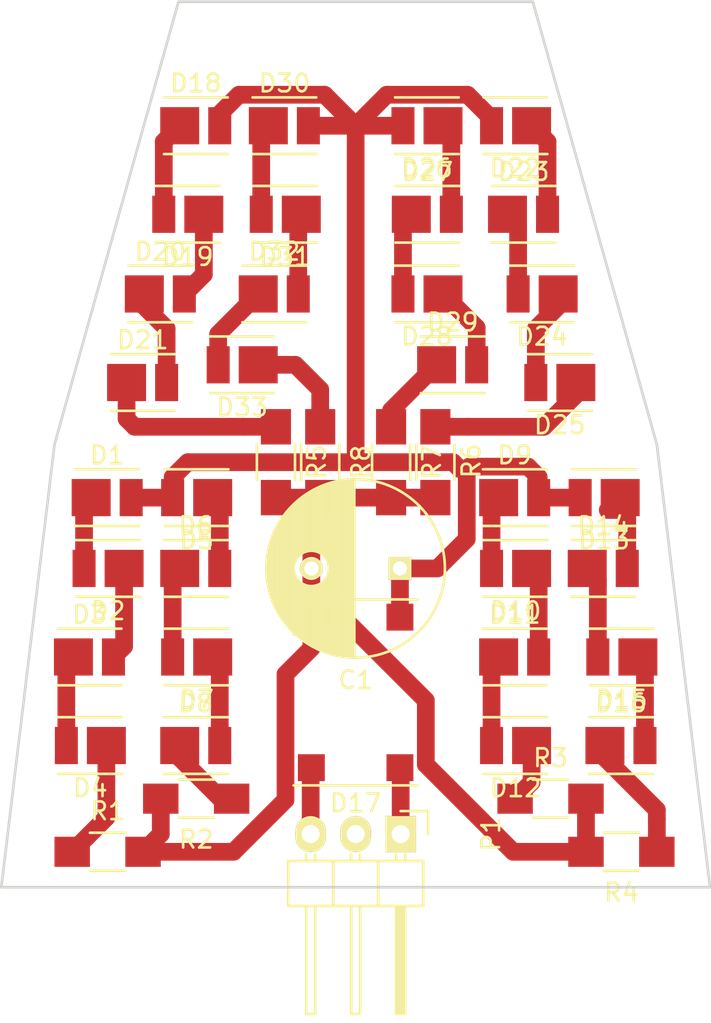
<source format=kicad_pcb>
(kicad_pcb (version 4) (host pcbnew 4.0.2-stable)

  (general
    (links 52)
    (no_connects 0)
    (area 119.924999 59.899999 160.075001 117.875001)
    (thickness 1.6)
    (drawings 8)
    (tracks 126)
    (zones 0)
    (modules 43)
    (nets 37)
  )

  (page A4)
  (layers
    (0 F.Cu signal)
    (31 B.Cu signal)
    (32 B.Adhes user)
    (33 F.Adhes user)
    (34 B.Paste user)
    (35 F.Paste user)
    (36 B.SilkS user)
    (37 F.SilkS user)
    (38 B.Mask user)
    (39 F.Mask user)
    (40 Dwgs.User user)
    (41 Cmts.User user)
    (42 Eco1.User user)
    (43 Eco2.User user)
    (44 Edge.Cuts user)
    (45 Margin user)
    (46 B.CrtYd user)
    (47 F.CrtYd user)
    (48 B.Fab user)
    (49 F.Fab user)
  )

  (setup
    (last_trace_width 1)
    (trace_clearance 0.2)
    (zone_clearance 0.508)
    (zone_45_only no)
    (trace_min 0.2)
    (segment_width 0.2)
    (edge_width 0.15)
    (via_size 0.6)
    (via_drill 0.4)
    (via_min_size 0.4)
    (via_min_drill 0.3)
    (uvia_size 0.3)
    (uvia_drill 0.1)
    (uvias_allowed no)
    (uvia_min_size 0.2)
    (uvia_min_drill 0.1)
    (pcb_text_width 0.3)
    (pcb_text_size 1.5 1.5)
    (mod_edge_width 0.15)
    (mod_text_size 1 1)
    (mod_text_width 0.15)
    (pad_size 1.524 1.524)
    (pad_drill 0.762)
    (pad_to_mask_clearance 0.2)
    (aux_axis_origin 0 0)
    (visible_elements 7FFFFFFF)
    (pcbplotparams
      (layerselection 0x00030_80000001)
      (usegerberextensions false)
      (excludeedgelayer true)
      (linewidth 0.100000)
      (plotframeref false)
      (viasonmask false)
      (mode 1)
      (useauxorigin false)
      (hpglpennumber 1)
      (hpglpenspeed 20)
      (hpglpendiameter 15)
      (hpglpenoverlay 2)
      (psnegative false)
      (psa4output false)
      (plotreference true)
      (plotvalue true)
      (plotinvisibletext false)
      (padsonsilk false)
      (subtractmaskfromsilk false)
      (outputformat 1)
      (mirror false)
      (drillshape 1)
      (scaleselection 1)
      (outputdirectory D:/Users/email/Desktop/))
  )

  (net 0 "")
  (net 1 VCC)
  (net 2 GND)
  (net 3 "Net-(D1-Pad1)")
  (net 4 "Net-(D2-Pad1)")
  (net 5 "Net-(D3-Pad1)")
  (net 6 "Net-(D4-Pad1)")
  (net 7 "Net-(D5-Pad1)")
  (net 8 "Net-(D6-Pad1)")
  (net 9 "Net-(D7-Pad1)")
  (net 10 "Net-(D8-Pad1)")
  (net 11 "Net-(D10-Pad2)")
  (net 12 "Net-(D10-Pad1)")
  (net 13 "Net-(D11-Pad1)")
  (net 14 "Net-(D12-Pad1)")
  (net 15 "Net-(D13-Pad1)")
  (net 16 "Net-(D14-Pad1)")
  (net 17 "Net-(D15-Pad1)")
  (net 18 "Net-(D16-Pad1)")
  (net 19 "Net-(D17-Pad4)")
  (net 20 "Net-(D17-Pad2)")
  (net 21 "Net-(D18-Pad1)")
  (net 22 "Net-(D19-Pad1)")
  (net 23 "Net-(D20-Pad1)")
  (net 24 "Net-(D21-Pad1)")
  (net 25 "Net-(D22-Pad1)")
  (net 26 "Net-(D23-Pad1)")
  (net 27 "Net-(D24-Pad1)")
  (net 28 "Net-(D25-Pad1)")
  (net 29 "Net-(D26-Pad1)")
  (net 30 "Net-(D27-Pad1)")
  (net 31 "Net-(D28-Pad1)")
  (net 32 "Net-(D29-Pad1)")
  (net 33 "Net-(D30-Pad1)")
  (net 34 "Net-(D31-Pad1)")
  (net 35 "Net-(D32-Pad1)")
  (net 36 "Net-(D33-Pad1)")

  (net_class Default "Toto je výchozí třída sítě."
    (clearance 0.2)
    (trace_width 1)
    (via_dia 0.6)
    (via_drill 0.4)
    (uvia_dia 0.3)
    (uvia_drill 0.1)
    (add_net GND)
    (add_net "Net-(D1-Pad1)")
    (add_net "Net-(D10-Pad1)")
    (add_net "Net-(D10-Pad2)")
    (add_net "Net-(D11-Pad1)")
    (add_net "Net-(D12-Pad1)")
    (add_net "Net-(D13-Pad1)")
    (add_net "Net-(D14-Pad1)")
    (add_net "Net-(D15-Pad1)")
    (add_net "Net-(D16-Pad1)")
    (add_net "Net-(D17-Pad2)")
    (add_net "Net-(D17-Pad4)")
    (add_net "Net-(D18-Pad1)")
    (add_net "Net-(D19-Pad1)")
    (add_net "Net-(D2-Pad1)")
    (add_net "Net-(D20-Pad1)")
    (add_net "Net-(D21-Pad1)")
    (add_net "Net-(D22-Pad1)")
    (add_net "Net-(D23-Pad1)")
    (add_net "Net-(D24-Pad1)")
    (add_net "Net-(D25-Pad1)")
    (add_net "Net-(D26-Pad1)")
    (add_net "Net-(D27-Pad1)")
    (add_net "Net-(D28-Pad1)")
    (add_net "Net-(D29-Pad1)")
    (add_net "Net-(D3-Pad1)")
    (add_net "Net-(D30-Pad1)")
    (add_net "Net-(D31-Pad1)")
    (add_net "Net-(D32-Pad1)")
    (add_net "Net-(D33-Pad1)")
    (add_net "Net-(D4-Pad1)")
    (add_net "Net-(D5-Pad1)")
    (add_net "Net-(D6-Pad1)")
    (add_net "Net-(D7-Pad1)")
    (add_net "Net-(D8-Pad1)")
    (add_net VCC)
  )

  (module LEDs:LED_PLCC_2835 (layer F.Cu) (tedit 56F53FE2) (tstamp 5710CFAA)
    (at 154 88)
    (descr http://www.everlight.com/file/ProductFile/67-21S-KK2C-H4040QAR32835Z15-2T.pdf)
    (tags LED)
    (path /5710E4A1)
    (attr smd)
    (fp_text reference D13 (at 0.02 2.4) (layer F.SilkS)
      (effects (font (size 1 1) (thickness 0.15)))
    )
    (fp_text value LED (at 0.27 -2.3) (layer F.Fab)
      (effects (font (size 1 1) (thickness 0.15)))
    )
    (fp_line (start -1.38 -0.55) (end -0.88 -0.55) (layer Dwgs.User) (width 0.05))
    (fp_line (start -1.13 -0.8) (end -1.13 -0.3) (layer Dwgs.User) (width 0.05))
    (fp_line (start -2.2 1.9) (end -2.2 -1.9) (layer F.CrtYd) (width 0.05))
    (fp_line (start 2.2 1.9) (end -2.2 1.9) (layer F.CrtYd) (width 0.05))
    (fp_line (start 2.2 -1.9) (end 2.2 1.9) (layer F.CrtYd) (width 0.05))
    (fp_line (start -2.2 -1.9) (end 2.2 -1.9) (layer F.CrtYd) (width 0.05))
    (fp_line (start -1.78 1.6) (end 1.82 1.6) (layer F.SilkS) (width 0.15))
    (fp_line (start -1.78 -1.6) (end 1.82 -1.6) (layer F.SilkS) (width 0.15))
    (fp_line (start -1.58 0.8) (end -1.58 0) (layer Dwgs.User) (width 0.1))
    (fp_line (start -1.18 1.2) (end -1.58 0.8) (layer Dwgs.User) (width 0.1))
    (fp_line (start 1.22 1.2) (end -1.18 1.2) (layer Dwgs.User) (width 0.1))
    (fp_line (start 1.62 0.8) (end 1.22 1.2) (layer Dwgs.User) (width 0.1))
    (fp_line (start 1.62 -0.8) (end 1.62 0.8) (layer Dwgs.User) (width 0.1))
    (fp_line (start 1.22 -1.2) (end 1.62 -0.8) (layer Dwgs.User) (width 0.1))
    (fp_line (start -1.18 -1.2) (end 1.22 -1.2) (layer Dwgs.User) (width 0.1))
    (fp_line (start -1.58 -0.8) (end -1.18 -1.2) (layer Dwgs.User) (width 0.1))
    (fp_line (start -1.58 0) (end -1.58 -0.8) (layer Dwgs.User) (width 0.1))
    (fp_line (start -1.73 1.4) (end -1.73 -1.4) (layer Dwgs.User) (width 0.1))
    (fp_line (start 1.77 1.4) (end -1.73 1.4) (layer Dwgs.User) (width 0.1))
    (fp_line (start 1.77 -1.4) (end 1.77 1.4) (layer Dwgs.User) (width 0.1))
    (fp_line (start -1.73 -1.4) (end 1.77 -1.4) (layer Dwgs.User) (width 0.1))
    (pad 1 smd rect (at 0.93 0) (size 2.2 2.1) (layers F.Cu F.Paste F.Mask)
      (net 15 "Net-(D13-Pad1)"))
    (pad 2 smd rect (at -1.33 0) (size 1.3 2.1) (layers F.Cu F.Paste F.Mask)
      (net 1 VCC))
    (model LEDs.3dshapes/LED_PLCC_2835.wrl
      (at (xyz 0 0 0))
      (scale (xyz 0.4 0.4 0.4))
      (rotate (xyz 0 0 0))
    )
  )

  (module Capacitors_ThroughHole:C_Radial_D10_L13_P5 (layer F.Cu) (tedit 0) (tstamp 5710CE4B)
    (at 142.5 92 180)
    (descr "Radial Electrolytic Capacitor Diameter 10mm x Length 13mm, Pitch 5mm")
    (tags "Electrolytic Capacitor")
    (path /5710D0E9)
    (fp_text reference C1 (at 2.5 -6.3 180) (layer F.SilkS)
      (effects (font (size 1 1) (thickness 0.15)))
    )
    (fp_text value CP (at 2.5 6.3 180) (layer F.Fab)
      (effects (font (size 1 1) (thickness 0.15)))
    )
    (fp_line (start 2.575 -4.999) (end 2.575 4.999) (layer F.SilkS) (width 0.15))
    (fp_line (start 2.715 -4.995) (end 2.715 4.995) (layer F.SilkS) (width 0.15))
    (fp_line (start 2.855 -4.987) (end 2.855 4.987) (layer F.SilkS) (width 0.15))
    (fp_line (start 2.995 -4.975) (end 2.995 4.975) (layer F.SilkS) (width 0.15))
    (fp_line (start 3.135 -4.96) (end 3.135 4.96) (layer F.SilkS) (width 0.15))
    (fp_line (start 3.275 -4.94) (end 3.275 4.94) (layer F.SilkS) (width 0.15))
    (fp_line (start 3.415 -4.916) (end 3.415 4.916) (layer F.SilkS) (width 0.15))
    (fp_line (start 3.555 -4.887) (end 3.555 4.887) (layer F.SilkS) (width 0.15))
    (fp_line (start 3.695 -4.855) (end 3.695 4.855) (layer F.SilkS) (width 0.15))
    (fp_line (start 3.835 -4.818) (end 3.835 4.818) (layer F.SilkS) (width 0.15))
    (fp_line (start 3.975 -4.777) (end 3.975 4.777) (layer F.SilkS) (width 0.15))
    (fp_line (start 4.115 -4.732) (end 4.115 -0.466) (layer F.SilkS) (width 0.15))
    (fp_line (start 4.115 0.466) (end 4.115 4.732) (layer F.SilkS) (width 0.15))
    (fp_line (start 4.255 -4.682) (end 4.255 -0.667) (layer F.SilkS) (width 0.15))
    (fp_line (start 4.255 0.667) (end 4.255 4.682) (layer F.SilkS) (width 0.15))
    (fp_line (start 4.395 -4.627) (end 4.395 -0.796) (layer F.SilkS) (width 0.15))
    (fp_line (start 4.395 0.796) (end 4.395 4.627) (layer F.SilkS) (width 0.15))
    (fp_line (start 4.535 -4.567) (end 4.535 -0.885) (layer F.SilkS) (width 0.15))
    (fp_line (start 4.535 0.885) (end 4.535 4.567) (layer F.SilkS) (width 0.15))
    (fp_line (start 4.675 -4.502) (end 4.675 -0.946) (layer F.SilkS) (width 0.15))
    (fp_line (start 4.675 0.946) (end 4.675 4.502) (layer F.SilkS) (width 0.15))
    (fp_line (start 4.815 -4.432) (end 4.815 -0.983) (layer F.SilkS) (width 0.15))
    (fp_line (start 4.815 0.983) (end 4.815 4.432) (layer F.SilkS) (width 0.15))
    (fp_line (start 4.955 -4.356) (end 4.955 -0.999) (layer F.SilkS) (width 0.15))
    (fp_line (start 4.955 0.999) (end 4.955 4.356) (layer F.SilkS) (width 0.15))
    (fp_line (start 5.095 -4.274) (end 5.095 -0.995) (layer F.SilkS) (width 0.15))
    (fp_line (start 5.095 0.995) (end 5.095 4.274) (layer F.SilkS) (width 0.15))
    (fp_line (start 5.235 -4.186) (end 5.235 -0.972) (layer F.SilkS) (width 0.15))
    (fp_line (start 5.235 0.972) (end 5.235 4.186) (layer F.SilkS) (width 0.15))
    (fp_line (start 5.375 -4.091) (end 5.375 -0.927) (layer F.SilkS) (width 0.15))
    (fp_line (start 5.375 0.927) (end 5.375 4.091) (layer F.SilkS) (width 0.15))
    (fp_line (start 5.515 -3.989) (end 5.515 -0.857) (layer F.SilkS) (width 0.15))
    (fp_line (start 5.515 0.857) (end 5.515 3.989) (layer F.SilkS) (width 0.15))
    (fp_line (start 5.655 -3.879) (end 5.655 -0.756) (layer F.SilkS) (width 0.15))
    (fp_line (start 5.655 0.756) (end 5.655 3.879) (layer F.SilkS) (width 0.15))
    (fp_line (start 5.795 -3.761) (end 5.795 -0.607) (layer F.SilkS) (width 0.15))
    (fp_line (start 5.795 0.607) (end 5.795 3.761) (layer F.SilkS) (width 0.15))
    (fp_line (start 5.935 -3.633) (end 5.935 -0.355) (layer F.SilkS) (width 0.15))
    (fp_line (start 5.935 0.355) (end 5.935 3.633) (layer F.SilkS) (width 0.15))
    (fp_line (start 6.075 -3.496) (end 6.075 3.496) (layer F.SilkS) (width 0.15))
    (fp_line (start 6.215 -3.346) (end 6.215 3.346) (layer F.SilkS) (width 0.15))
    (fp_line (start 6.355 -3.184) (end 6.355 3.184) (layer F.SilkS) (width 0.15))
    (fp_line (start 6.495 -3.007) (end 6.495 3.007) (layer F.SilkS) (width 0.15))
    (fp_line (start 6.635 -2.811) (end 6.635 2.811) (layer F.SilkS) (width 0.15))
    (fp_line (start 6.775 -2.593) (end 6.775 2.593) (layer F.SilkS) (width 0.15))
    (fp_line (start 6.915 -2.347) (end 6.915 2.347) (layer F.SilkS) (width 0.15))
    (fp_line (start 7.055 -2.062) (end 7.055 2.062) (layer F.SilkS) (width 0.15))
    (fp_line (start 7.195 -1.72) (end 7.195 1.72) (layer F.SilkS) (width 0.15))
    (fp_line (start 7.335 -1.274) (end 7.335 1.274) (layer F.SilkS) (width 0.15))
    (fp_line (start 7.475 -0.499) (end 7.475 0.499) (layer F.SilkS) (width 0.15))
    (fp_circle (center 5 0) (end 5 -1) (layer F.SilkS) (width 0.15))
    (fp_circle (center 2.5 0) (end 2.5 -5.0375) (layer F.SilkS) (width 0.15))
    (fp_circle (center 2.5 0) (end 2.5 -5.3) (layer F.CrtYd) (width 0.05))
    (pad 1 thru_hole rect (at 0 0 180) (size 1.3 1.3) (drill 0.8) (layers *.Cu *.Mask F.SilkS)
      (net 1 VCC))
    (pad 2 thru_hole circle (at 5 0 180) (size 1.3 1.3) (drill 0.8) (layers *.Cu *.Mask F.SilkS)
      (net 2 GND))
    (model Capacitors_ThroughHole.3dshapes/C_Radial_D10_L13_P5.wrl
      (at (xyz 0.0984252 0 0))
      (scale (xyz 1 1 1))
      (rotate (xyz 0 0 90))
    )
  )

  (module LEDs:LED_PLCC_2835 (layer F.Cu) (tedit 56F53FE2) (tstamp 5710CE66)
    (at 126 88 180)
    (descr http://www.everlight.com/file/ProductFile/67-21S-KK2C-H4040QAR32835Z15-2T.pdf)
    (tags LED)
    (path /5710C7FC)
    (attr smd)
    (fp_text reference D1 (at 0.02 2.4 180) (layer F.SilkS)
      (effects (font (size 1 1) (thickness 0.15)))
    )
    (fp_text value LED (at 0.27 -2.3 180) (layer F.Fab)
      (effects (font (size 1 1) (thickness 0.15)))
    )
    (fp_line (start -1.38 -0.55) (end -0.88 -0.55) (layer Dwgs.User) (width 0.05))
    (fp_line (start -1.13 -0.8) (end -1.13 -0.3) (layer Dwgs.User) (width 0.05))
    (fp_line (start -2.2 1.9) (end -2.2 -1.9) (layer F.CrtYd) (width 0.05))
    (fp_line (start 2.2 1.9) (end -2.2 1.9) (layer F.CrtYd) (width 0.05))
    (fp_line (start 2.2 -1.9) (end 2.2 1.9) (layer F.CrtYd) (width 0.05))
    (fp_line (start -2.2 -1.9) (end 2.2 -1.9) (layer F.CrtYd) (width 0.05))
    (fp_line (start -1.78 1.6) (end 1.82 1.6) (layer F.SilkS) (width 0.15))
    (fp_line (start -1.78 -1.6) (end 1.82 -1.6) (layer F.SilkS) (width 0.15))
    (fp_line (start -1.58 0.8) (end -1.58 0) (layer Dwgs.User) (width 0.1))
    (fp_line (start -1.18 1.2) (end -1.58 0.8) (layer Dwgs.User) (width 0.1))
    (fp_line (start 1.22 1.2) (end -1.18 1.2) (layer Dwgs.User) (width 0.1))
    (fp_line (start 1.62 0.8) (end 1.22 1.2) (layer Dwgs.User) (width 0.1))
    (fp_line (start 1.62 -0.8) (end 1.62 0.8) (layer Dwgs.User) (width 0.1))
    (fp_line (start 1.22 -1.2) (end 1.62 -0.8) (layer Dwgs.User) (width 0.1))
    (fp_line (start -1.18 -1.2) (end 1.22 -1.2) (layer Dwgs.User) (width 0.1))
    (fp_line (start -1.58 -0.8) (end -1.18 -1.2) (layer Dwgs.User) (width 0.1))
    (fp_line (start -1.58 0) (end -1.58 -0.8) (layer Dwgs.User) (width 0.1))
    (fp_line (start -1.73 1.4) (end -1.73 -1.4) (layer Dwgs.User) (width 0.1))
    (fp_line (start 1.77 1.4) (end -1.73 1.4) (layer Dwgs.User) (width 0.1))
    (fp_line (start 1.77 -1.4) (end 1.77 1.4) (layer Dwgs.User) (width 0.1))
    (fp_line (start -1.73 -1.4) (end 1.77 -1.4) (layer Dwgs.User) (width 0.1))
    (pad 1 smd rect (at 0.93 0 180) (size 2.2 2.1) (layers F.Cu F.Paste F.Mask)
      (net 3 "Net-(D1-Pad1)"))
    (pad 2 smd rect (at -1.33 0 180) (size 1.3 2.1) (layers F.Cu F.Paste F.Mask)
      (net 1 VCC))
    (model LEDs.3dshapes/LED_PLCC_2835.wrl
      (at (xyz 0 0 0))
      (scale (xyz 0.4 0.4 0.4))
      (rotate (xyz 0 0 0))
    )
  )

  (module LEDs:LED_PLCC_2835 (layer F.Cu) (tedit 56F53FE2) (tstamp 5710CE81)
    (at 126 92)
    (descr http://www.everlight.com/file/ProductFile/67-21S-KK2C-H4040QAR32835Z15-2T.pdf)
    (tags LED)
    (path /5710CA40)
    (attr smd)
    (fp_text reference D2 (at 0.02 2.4) (layer F.SilkS)
      (effects (font (size 1 1) (thickness 0.15)))
    )
    (fp_text value LED (at 0.27 -2.3) (layer F.Fab)
      (effects (font (size 1 1) (thickness 0.15)))
    )
    (fp_line (start -1.38 -0.55) (end -0.88 -0.55) (layer Dwgs.User) (width 0.05))
    (fp_line (start -1.13 -0.8) (end -1.13 -0.3) (layer Dwgs.User) (width 0.05))
    (fp_line (start -2.2 1.9) (end -2.2 -1.9) (layer F.CrtYd) (width 0.05))
    (fp_line (start 2.2 1.9) (end -2.2 1.9) (layer F.CrtYd) (width 0.05))
    (fp_line (start 2.2 -1.9) (end 2.2 1.9) (layer F.CrtYd) (width 0.05))
    (fp_line (start -2.2 -1.9) (end 2.2 -1.9) (layer F.CrtYd) (width 0.05))
    (fp_line (start -1.78 1.6) (end 1.82 1.6) (layer F.SilkS) (width 0.15))
    (fp_line (start -1.78 -1.6) (end 1.82 -1.6) (layer F.SilkS) (width 0.15))
    (fp_line (start -1.58 0.8) (end -1.58 0) (layer Dwgs.User) (width 0.1))
    (fp_line (start -1.18 1.2) (end -1.58 0.8) (layer Dwgs.User) (width 0.1))
    (fp_line (start 1.22 1.2) (end -1.18 1.2) (layer Dwgs.User) (width 0.1))
    (fp_line (start 1.62 0.8) (end 1.22 1.2) (layer Dwgs.User) (width 0.1))
    (fp_line (start 1.62 -0.8) (end 1.62 0.8) (layer Dwgs.User) (width 0.1))
    (fp_line (start 1.22 -1.2) (end 1.62 -0.8) (layer Dwgs.User) (width 0.1))
    (fp_line (start -1.18 -1.2) (end 1.22 -1.2) (layer Dwgs.User) (width 0.1))
    (fp_line (start -1.58 -0.8) (end -1.18 -1.2) (layer Dwgs.User) (width 0.1))
    (fp_line (start -1.58 0) (end -1.58 -0.8) (layer Dwgs.User) (width 0.1))
    (fp_line (start -1.73 1.4) (end -1.73 -1.4) (layer Dwgs.User) (width 0.1))
    (fp_line (start 1.77 1.4) (end -1.73 1.4) (layer Dwgs.User) (width 0.1))
    (fp_line (start 1.77 -1.4) (end 1.77 1.4) (layer Dwgs.User) (width 0.1))
    (fp_line (start -1.73 -1.4) (end 1.77 -1.4) (layer Dwgs.User) (width 0.1))
    (pad 1 smd rect (at 0.93 0) (size 2.2 2.1) (layers F.Cu F.Paste F.Mask)
      (net 4 "Net-(D2-Pad1)"))
    (pad 2 smd rect (at -1.33 0) (size 1.3 2.1) (layers F.Cu F.Paste F.Mask)
      (net 3 "Net-(D1-Pad1)"))
    (model LEDs.3dshapes/LED_PLCC_2835.wrl
      (at (xyz 0 0 0))
      (scale (xyz 0.4 0.4 0.4))
      (rotate (xyz 0 0 0))
    )
  )

  (module LEDs:LED_PLCC_2835 (layer F.Cu) (tedit 56F53FE2) (tstamp 5710CE9C)
    (at 125 97 180)
    (descr http://www.everlight.com/file/ProductFile/67-21S-KK2C-H4040QAR32835Z15-2T.pdf)
    (tags LED)
    (path /5710CB2E)
    (attr smd)
    (fp_text reference D3 (at 0.02 2.4 180) (layer F.SilkS)
      (effects (font (size 1 1) (thickness 0.15)))
    )
    (fp_text value LED (at 0.27 -2.3 180) (layer F.Fab)
      (effects (font (size 1 1) (thickness 0.15)))
    )
    (fp_line (start -1.38 -0.55) (end -0.88 -0.55) (layer Dwgs.User) (width 0.05))
    (fp_line (start -1.13 -0.8) (end -1.13 -0.3) (layer Dwgs.User) (width 0.05))
    (fp_line (start -2.2 1.9) (end -2.2 -1.9) (layer F.CrtYd) (width 0.05))
    (fp_line (start 2.2 1.9) (end -2.2 1.9) (layer F.CrtYd) (width 0.05))
    (fp_line (start 2.2 -1.9) (end 2.2 1.9) (layer F.CrtYd) (width 0.05))
    (fp_line (start -2.2 -1.9) (end 2.2 -1.9) (layer F.CrtYd) (width 0.05))
    (fp_line (start -1.78 1.6) (end 1.82 1.6) (layer F.SilkS) (width 0.15))
    (fp_line (start -1.78 -1.6) (end 1.82 -1.6) (layer F.SilkS) (width 0.15))
    (fp_line (start -1.58 0.8) (end -1.58 0) (layer Dwgs.User) (width 0.1))
    (fp_line (start -1.18 1.2) (end -1.58 0.8) (layer Dwgs.User) (width 0.1))
    (fp_line (start 1.22 1.2) (end -1.18 1.2) (layer Dwgs.User) (width 0.1))
    (fp_line (start 1.62 0.8) (end 1.22 1.2) (layer Dwgs.User) (width 0.1))
    (fp_line (start 1.62 -0.8) (end 1.62 0.8) (layer Dwgs.User) (width 0.1))
    (fp_line (start 1.22 -1.2) (end 1.62 -0.8) (layer Dwgs.User) (width 0.1))
    (fp_line (start -1.18 -1.2) (end 1.22 -1.2) (layer Dwgs.User) (width 0.1))
    (fp_line (start -1.58 -0.8) (end -1.18 -1.2) (layer Dwgs.User) (width 0.1))
    (fp_line (start -1.58 0) (end -1.58 -0.8) (layer Dwgs.User) (width 0.1))
    (fp_line (start -1.73 1.4) (end -1.73 -1.4) (layer Dwgs.User) (width 0.1))
    (fp_line (start 1.77 1.4) (end -1.73 1.4) (layer Dwgs.User) (width 0.1))
    (fp_line (start 1.77 -1.4) (end 1.77 1.4) (layer Dwgs.User) (width 0.1))
    (fp_line (start -1.73 -1.4) (end 1.77 -1.4) (layer Dwgs.User) (width 0.1))
    (pad 1 smd rect (at 0.93 0 180) (size 2.2 2.1) (layers F.Cu F.Paste F.Mask)
      (net 5 "Net-(D3-Pad1)"))
    (pad 2 smd rect (at -1.33 0 180) (size 1.3 2.1) (layers F.Cu F.Paste F.Mask)
      (net 4 "Net-(D2-Pad1)"))
    (model LEDs.3dshapes/LED_PLCC_2835.wrl
      (at (xyz 0 0 0))
      (scale (xyz 0.4 0.4 0.4))
      (rotate (xyz 0 0 0))
    )
  )

  (module LEDs:LED_PLCC_2835 (layer F.Cu) (tedit 56F53FE2) (tstamp 5710CEB7)
    (at 125 102)
    (descr http://www.everlight.com/file/ProductFile/67-21S-KK2C-H4040QAR32835Z15-2T.pdf)
    (tags LED)
    (path /5710CB34)
    (attr smd)
    (fp_text reference D4 (at 0.02 2.4) (layer F.SilkS)
      (effects (font (size 1 1) (thickness 0.15)))
    )
    (fp_text value LED (at 0.27 -2.3) (layer F.Fab)
      (effects (font (size 1 1) (thickness 0.15)))
    )
    (fp_line (start -1.38 -0.55) (end -0.88 -0.55) (layer Dwgs.User) (width 0.05))
    (fp_line (start -1.13 -0.8) (end -1.13 -0.3) (layer Dwgs.User) (width 0.05))
    (fp_line (start -2.2 1.9) (end -2.2 -1.9) (layer F.CrtYd) (width 0.05))
    (fp_line (start 2.2 1.9) (end -2.2 1.9) (layer F.CrtYd) (width 0.05))
    (fp_line (start 2.2 -1.9) (end 2.2 1.9) (layer F.CrtYd) (width 0.05))
    (fp_line (start -2.2 -1.9) (end 2.2 -1.9) (layer F.CrtYd) (width 0.05))
    (fp_line (start -1.78 1.6) (end 1.82 1.6) (layer F.SilkS) (width 0.15))
    (fp_line (start -1.78 -1.6) (end 1.82 -1.6) (layer F.SilkS) (width 0.15))
    (fp_line (start -1.58 0.8) (end -1.58 0) (layer Dwgs.User) (width 0.1))
    (fp_line (start -1.18 1.2) (end -1.58 0.8) (layer Dwgs.User) (width 0.1))
    (fp_line (start 1.22 1.2) (end -1.18 1.2) (layer Dwgs.User) (width 0.1))
    (fp_line (start 1.62 0.8) (end 1.22 1.2) (layer Dwgs.User) (width 0.1))
    (fp_line (start 1.62 -0.8) (end 1.62 0.8) (layer Dwgs.User) (width 0.1))
    (fp_line (start 1.22 -1.2) (end 1.62 -0.8) (layer Dwgs.User) (width 0.1))
    (fp_line (start -1.18 -1.2) (end 1.22 -1.2) (layer Dwgs.User) (width 0.1))
    (fp_line (start -1.58 -0.8) (end -1.18 -1.2) (layer Dwgs.User) (width 0.1))
    (fp_line (start -1.58 0) (end -1.58 -0.8) (layer Dwgs.User) (width 0.1))
    (fp_line (start -1.73 1.4) (end -1.73 -1.4) (layer Dwgs.User) (width 0.1))
    (fp_line (start 1.77 1.4) (end -1.73 1.4) (layer Dwgs.User) (width 0.1))
    (fp_line (start 1.77 -1.4) (end 1.77 1.4) (layer Dwgs.User) (width 0.1))
    (fp_line (start -1.73 -1.4) (end 1.77 -1.4) (layer Dwgs.User) (width 0.1))
    (pad 1 smd rect (at 0.93 0) (size 2.2 2.1) (layers F.Cu F.Paste F.Mask)
      (net 6 "Net-(D4-Pad1)"))
    (pad 2 smd rect (at -1.33 0) (size 1.3 2.1) (layers F.Cu F.Paste F.Mask)
      (net 5 "Net-(D3-Pad1)"))
    (model LEDs.3dshapes/LED_PLCC_2835.wrl
      (at (xyz 0 0 0))
      (scale (xyz 0.4 0.4 0.4))
      (rotate (xyz 0 0 0))
    )
  )

  (module LEDs:LED_PLCC_2835 (layer F.Cu) (tedit 56F53FE2) (tstamp 5710CED2)
    (at 131 88)
    (descr http://www.everlight.com/file/ProductFile/67-21S-KK2C-H4040QAR32835Z15-2T.pdf)
    (tags LED)
    (path /5710E221)
    (attr smd)
    (fp_text reference D5 (at 0.02 2.4) (layer F.SilkS)
      (effects (font (size 1 1) (thickness 0.15)))
    )
    (fp_text value LED (at 0.27 -2.3) (layer F.Fab)
      (effects (font (size 1 1) (thickness 0.15)))
    )
    (fp_line (start -1.38 -0.55) (end -0.88 -0.55) (layer Dwgs.User) (width 0.05))
    (fp_line (start -1.13 -0.8) (end -1.13 -0.3) (layer Dwgs.User) (width 0.05))
    (fp_line (start -2.2 1.9) (end -2.2 -1.9) (layer F.CrtYd) (width 0.05))
    (fp_line (start 2.2 1.9) (end -2.2 1.9) (layer F.CrtYd) (width 0.05))
    (fp_line (start 2.2 -1.9) (end 2.2 1.9) (layer F.CrtYd) (width 0.05))
    (fp_line (start -2.2 -1.9) (end 2.2 -1.9) (layer F.CrtYd) (width 0.05))
    (fp_line (start -1.78 1.6) (end 1.82 1.6) (layer F.SilkS) (width 0.15))
    (fp_line (start -1.78 -1.6) (end 1.82 -1.6) (layer F.SilkS) (width 0.15))
    (fp_line (start -1.58 0.8) (end -1.58 0) (layer Dwgs.User) (width 0.1))
    (fp_line (start -1.18 1.2) (end -1.58 0.8) (layer Dwgs.User) (width 0.1))
    (fp_line (start 1.22 1.2) (end -1.18 1.2) (layer Dwgs.User) (width 0.1))
    (fp_line (start 1.62 0.8) (end 1.22 1.2) (layer Dwgs.User) (width 0.1))
    (fp_line (start 1.62 -0.8) (end 1.62 0.8) (layer Dwgs.User) (width 0.1))
    (fp_line (start 1.22 -1.2) (end 1.62 -0.8) (layer Dwgs.User) (width 0.1))
    (fp_line (start -1.18 -1.2) (end 1.22 -1.2) (layer Dwgs.User) (width 0.1))
    (fp_line (start -1.58 -0.8) (end -1.18 -1.2) (layer Dwgs.User) (width 0.1))
    (fp_line (start -1.58 0) (end -1.58 -0.8) (layer Dwgs.User) (width 0.1))
    (fp_line (start -1.73 1.4) (end -1.73 -1.4) (layer Dwgs.User) (width 0.1))
    (fp_line (start 1.77 1.4) (end -1.73 1.4) (layer Dwgs.User) (width 0.1))
    (fp_line (start 1.77 -1.4) (end 1.77 1.4) (layer Dwgs.User) (width 0.1))
    (fp_line (start -1.73 -1.4) (end 1.77 -1.4) (layer Dwgs.User) (width 0.1))
    (pad 1 smd rect (at 0.93 0) (size 2.2 2.1) (layers F.Cu F.Paste F.Mask)
      (net 7 "Net-(D5-Pad1)"))
    (pad 2 smd rect (at -1.33 0) (size 1.3 2.1) (layers F.Cu F.Paste F.Mask)
      (net 1 VCC))
    (model LEDs.3dshapes/LED_PLCC_2835.wrl
      (at (xyz 0 0 0))
      (scale (xyz 0.4 0.4 0.4))
      (rotate (xyz 0 0 0))
    )
  )

  (module LEDs:LED_PLCC_2835 (layer F.Cu) (tedit 56F53FE2) (tstamp 5710CEED)
    (at 131 92 180)
    (descr http://www.everlight.com/file/ProductFile/67-21S-KK2C-H4040QAR32835Z15-2T.pdf)
    (tags LED)
    (path /5710E227)
    (attr smd)
    (fp_text reference D6 (at 0.02 2.4 180) (layer F.SilkS)
      (effects (font (size 1 1) (thickness 0.15)))
    )
    (fp_text value LED (at 0.27 -2.3 180) (layer F.Fab)
      (effects (font (size 1 1) (thickness 0.15)))
    )
    (fp_line (start -1.38 -0.55) (end -0.88 -0.55) (layer Dwgs.User) (width 0.05))
    (fp_line (start -1.13 -0.8) (end -1.13 -0.3) (layer Dwgs.User) (width 0.05))
    (fp_line (start -2.2 1.9) (end -2.2 -1.9) (layer F.CrtYd) (width 0.05))
    (fp_line (start 2.2 1.9) (end -2.2 1.9) (layer F.CrtYd) (width 0.05))
    (fp_line (start 2.2 -1.9) (end 2.2 1.9) (layer F.CrtYd) (width 0.05))
    (fp_line (start -2.2 -1.9) (end 2.2 -1.9) (layer F.CrtYd) (width 0.05))
    (fp_line (start -1.78 1.6) (end 1.82 1.6) (layer F.SilkS) (width 0.15))
    (fp_line (start -1.78 -1.6) (end 1.82 -1.6) (layer F.SilkS) (width 0.15))
    (fp_line (start -1.58 0.8) (end -1.58 0) (layer Dwgs.User) (width 0.1))
    (fp_line (start -1.18 1.2) (end -1.58 0.8) (layer Dwgs.User) (width 0.1))
    (fp_line (start 1.22 1.2) (end -1.18 1.2) (layer Dwgs.User) (width 0.1))
    (fp_line (start 1.62 0.8) (end 1.22 1.2) (layer Dwgs.User) (width 0.1))
    (fp_line (start 1.62 -0.8) (end 1.62 0.8) (layer Dwgs.User) (width 0.1))
    (fp_line (start 1.22 -1.2) (end 1.62 -0.8) (layer Dwgs.User) (width 0.1))
    (fp_line (start -1.18 -1.2) (end 1.22 -1.2) (layer Dwgs.User) (width 0.1))
    (fp_line (start -1.58 -0.8) (end -1.18 -1.2) (layer Dwgs.User) (width 0.1))
    (fp_line (start -1.58 0) (end -1.58 -0.8) (layer Dwgs.User) (width 0.1))
    (fp_line (start -1.73 1.4) (end -1.73 -1.4) (layer Dwgs.User) (width 0.1))
    (fp_line (start 1.77 1.4) (end -1.73 1.4) (layer Dwgs.User) (width 0.1))
    (fp_line (start 1.77 -1.4) (end 1.77 1.4) (layer Dwgs.User) (width 0.1))
    (fp_line (start -1.73 -1.4) (end 1.77 -1.4) (layer Dwgs.User) (width 0.1))
    (pad 1 smd rect (at 0.93 0 180) (size 2.2 2.1) (layers F.Cu F.Paste F.Mask)
      (net 8 "Net-(D6-Pad1)"))
    (pad 2 smd rect (at -1.33 0 180) (size 1.3 2.1) (layers F.Cu F.Paste F.Mask)
      (net 7 "Net-(D5-Pad1)"))
    (model LEDs.3dshapes/LED_PLCC_2835.wrl
      (at (xyz 0 0 0))
      (scale (xyz 0.4 0.4 0.4))
      (rotate (xyz 0 0 0))
    )
  )

  (module LEDs:LED_PLCC_2835 (layer F.Cu) (tedit 56F53FE2) (tstamp 5710CF08)
    (at 131 97)
    (descr http://www.everlight.com/file/ProductFile/67-21S-KK2C-H4040QAR32835Z15-2T.pdf)
    (tags LED)
    (path /5710E22D)
    (attr smd)
    (fp_text reference D7 (at 0.02 2.4) (layer F.SilkS)
      (effects (font (size 1 1) (thickness 0.15)))
    )
    (fp_text value LED (at 0.27 -2.3) (layer F.Fab)
      (effects (font (size 1 1) (thickness 0.15)))
    )
    (fp_line (start -1.38 -0.55) (end -0.88 -0.55) (layer Dwgs.User) (width 0.05))
    (fp_line (start -1.13 -0.8) (end -1.13 -0.3) (layer Dwgs.User) (width 0.05))
    (fp_line (start -2.2 1.9) (end -2.2 -1.9) (layer F.CrtYd) (width 0.05))
    (fp_line (start 2.2 1.9) (end -2.2 1.9) (layer F.CrtYd) (width 0.05))
    (fp_line (start 2.2 -1.9) (end 2.2 1.9) (layer F.CrtYd) (width 0.05))
    (fp_line (start -2.2 -1.9) (end 2.2 -1.9) (layer F.CrtYd) (width 0.05))
    (fp_line (start -1.78 1.6) (end 1.82 1.6) (layer F.SilkS) (width 0.15))
    (fp_line (start -1.78 -1.6) (end 1.82 -1.6) (layer F.SilkS) (width 0.15))
    (fp_line (start -1.58 0.8) (end -1.58 0) (layer Dwgs.User) (width 0.1))
    (fp_line (start -1.18 1.2) (end -1.58 0.8) (layer Dwgs.User) (width 0.1))
    (fp_line (start 1.22 1.2) (end -1.18 1.2) (layer Dwgs.User) (width 0.1))
    (fp_line (start 1.62 0.8) (end 1.22 1.2) (layer Dwgs.User) (width 0.1))
    (fp_line (start 1.62 -0.8) (end 1.62 0.8) (layer Dwgs.User) (width 0.1))
    (fp_line (start 1.22 -1.2) (end 1.62 -0.8) (layer Dwgs.User) (width 0.1))
    (fp_line (start -1.18 -1.2) (end 1.22 -1.2) (layer Dwgs.User) (width 0.1))
    (fp_line (start -1.58 -0.8) (end -1.18 -1.2) (layer Dwgs.User) (width 0.1))
    (fp_line (start -1.58 0) (end -1.58 -0.8) (layer Dwgs.User) (width 0.1))
    (fp_line (start -1.73 1.4) (end -1.73 -1.4) (layer Dwgs.User) (width 0.1))
    (fp_line (start 1.77 1.4) (end -1.73 1.4) (layer Dwgs.User) (width 0.1))
    (fp_line (start 1.77 -1.4) (end 1.77 1.4) (layer Dwgs.User) (width 0.1))
    (fp_line (start -1.73 -1.4) (end 1.77 -1.4) (layer Dwgs.User) (width 0.1))
    (pad 1 smd rect (at 0.93 0) (size 2.2 2.1) (layers F.Cu F.Paste F.Mask)
      (net 9 "Net-(D7-Pad1)"))
    (pad 2 smd rect (at -1.33 0) (size 1.3 2.1) (layers F.Cu F.Paste F.Mask)
      (net 8 "Net-(D6-Pad1)"))
    (model LEDs.3dshapes/LED_PLCC_2835.wrl
      (at (xyz 0 0 0))
      (scale (xyz 0.4 0.4 0.4))
      (rotate (xyz 0 0 0))
    )
  )

  (module LEDs:LED_PLCC_2835 (layer F.Cu) (tedit 56F53FE2) (tstamp 5710CF23)
    (at 131 102 180)
    (descr http://www.everlight.com/file/ProductFile/67-21S-KK2C-H4040QAR32835Z15-2T.pdf)
    (tags LED)
    (path /5710E233)
    (attr smd)
    (fp_text reference D8 (at 0.02 2.4 180) (layer F.SilkS)
      (effects (font (size 1 1) (thickness 0.15)))
    )
    (fp_text value LED (at 0.27 -2.3 180) (layer F.Fab)
      (effects (font (size 1 1) (thickness 0.15)))
    )
    (fp_line (start -1.38 -0.55) (end -0.88 -0.55) (layer Dwgs.User) (width 0.05))
    (fp_line (start -1.13 -0.8) (end -1.13 -0.3) (layer Dwgs.User) (width 0.05))
    (fp_line (start -2.2 1.9) (end -2.2 -1.9) (layer F.CrtYd) (width 0.05))
    (fp_line (start 2.2 1.9) (end -2.2 1.9) (layer F.CrtYd) (width 0.05))
    (fp_line (start 2.2 -1.9) (end 2.2 1.9) (layer F.CrtYd) (width 0.05))
    (fp_line (start -2.2 -1.9) (end 2.2 -1.9) (layer F.CrtYd) (width 0.05))
    (fp_line (start -1.78 1.6) (end 1.82 1.6) (layer F.SilkS) (width 0.15))
    (fp_line (start -1.78 -1.6) (end 1.82 -1.6) (layer F.SilkS) (width 0.15))
    (fp_line (start -1.58 0.8) (end -1.58 0) (layer Dwgs.User) (width 0.1))
    (fp_line (start -1.18 1.2) (end -1.58 0.8) (layer Dwgs.User) (width 0.1))
    (fp_line (start 1.22 1.2) (end -1.18 1.2) (layer Dwgs.User) (width 0.1))
    (fp_line (start 1.62 0.8) (end 1.22 1.2) (layer Dwgs.User) (width 0.1))
    (fp_line (start 1.62 -0.8) (end 1.62 0.8) (layer Dwgs.User) (width 0.1))
    (fp_line (start 1.22 -1.2) (end 1.62 -0.8) (layer Dwgs.User) (width 0.1))
    (fp_line (start -1.18 -1.2) (end 1.22 -1.2) (layer Dwgs.User) (width 0.1))
    (fp_line (start -1.58 -0.8) (end -1.18 -1.2) (layer Dwgs.User) (width 0.1))
    (fp_line (start -1.58 0) (end -1.58 -0.8) (layer Dwgs.User) (width 0.1))
    (fp_line (start -1.73 1.4) (end -1.73 -1.4) (layer Dwgs.User) (width 0.1))
    (fp_line (start 1.77 1.4) (end -1.73 1.4) (layer Dwgs.User) (width 0.1))
    (fp_line (start 1.77 -1.4) (end 1.77 1.4) (layer Dwgs.User) (width 0.1))
    (fp_line (start -1.73 -1.4) (end 1.77 -1.4) (layer Dwgs.User) (width 0.1))
    (pad 1 smd rect (at 0.93 0 180) (size 2.2 2.1) (layers F.Cu F.Paste F.Mask)
      (net 10 "Net-(D8-Pad1)"))
    (pad 2 smd rect (at -1.33 0 180) (size 1.3 2.1) (layers F.Cu F.Paste F.Mask)
      (net 9 "Net-(D7-Pad1)"))
    (model LEDs.3dshapes/LED_PLCC_2835.wrl
      (at (xyz 0 0 0))
      (scale (xyz 0.4 0.4 0.4))
      (rotate (xyz 0 0 0))
    )
  )

  (module LEDs:LED_PLCC_2835 (layer F.Cu) (tedit 56F53FE2) (tstamp 5710CF3E)
    (at 149 88 180)
    (descr http://www.everlight.com/file/ProductFile/67-21S-KK2C-H4040QAR32835Z15-2T.pdf)
    (tags LED)
    (path /5710E477)
    (attr smd)
    (fp_text reference D9 (at 0.02 2.4 180) (layer F.SilkS)
      (effects (font (size 1 1) (thickness 0.15)))
    )
    (fp_text value LED (at 0.27 -2.3 180) (layer F.Fab)
      (effects (font (size 1 1) (thickness 0.15)))
    )
    (fp_line (start -1.38 -0.55) (end -0.88 -0.55) (layer Dwgs.User) (width 0.05))
    (fp_line (start -1.13 -0.8) (end -1.13 -0.3) (layer Dwgs.User) (width 0.05))
    (fp_line (start -2.2 1.9) (end -2.2 -1.9) (layer F.CrtYd) (width 0.05))
    (fp_line (start 2.2 1.9) (end -2.2 1.9) (layer F.CrtYd) (width 0.05))
    (fp_line (start 2.2 -1.9) (end 2.2 1.9) (layer F.CrtYd) (width 0.05))
    (fp_line (start -2.2 -1.9) (end 2.2 -1.9) (layer F.CrtYd) (width 0.05))
    (fp_line (start -1.78 1.6) (end 1.82 1.6) (layer F.SilkS) (width 0.15))
    (fp_line (start -1.78 -1.6) (end 1.82 -1.6) (layer F.SilkS) (width 0.15))
    (fp_line (start -1.58 0.8) (end -1.58 0) (layer Dwgs.User) (width 0.1))
    (fp_line (start -1.18 1.2) (end -1.58 0.8) (layer Dwgs.User) (width 0.1))
    (fp_line (start 1.22 1.2) (end -1.18 1.2) (layer Dwgs.User) (width 0.1))
    (fp_line (start 1.62 0.8) (end 1.22 1.2) (layer Dwgs.User) (width 0.1))
    (fp_line (start 1.62 -0.8) (end 1.62 0.8) (layer Dwgs.User) (width 0.1))
    (fp_line (start 1.22 -1.2) (end 1.62 -0.8) (layer Dwgs.User) (width 0.1))
    (fp_line (start -1.18 -1.2) (end 1.22 -1.2) (layer Dwgs.User) (width 0.1))
    (fp_line (start -1.58 -0.8) (end -1.18 -1.2) (layer Dwgs.User) (width 0.1))
    (fp_line (start -1.58 0) (end -1.58 -0.8) (layer Dwgs.User) (width 0.1))
    (fp_line (start -1.73 1.4) (end -1.73 -1.4) (layer Dwgs.User) (width 0.1))
    (fp_line (start 1.77 1.4) (end -1.73 1.4) (layer Dwgs.User) (width 0.1))
    (fp_line (start 1.77 -1.4) (end 1.77 1.4) (layer Dwgs.User) (width 0.1))
    (fp_line (start -1.73 -1.4) (end 1.77 -1.4) (layer Dwgs.User) (width 0.1))
    (pad 1 smd rect (at 0.93 0 180) (size 2.2 2.1) (layers F.Cu F.Paste F.Mask)
      (net 11 "Net-(D10-Pad2)"))
    (pad 2 smd rect (at -1.33 0 180) (size 1.3 2.1) (layers F.Cu F.Paste F.Mask)
      (net 1 VCC))
    (model LEDs.3dshapes/LED_PLCC_2835.wrl
      (at (xyz 0 0 0))
      (scale (xyz 0.4 0.4 0.4))
      (rotate (xyz 0 0 0))
    )
  )

  (module LEDs:LED_PLCC_2835 (layer F.Cu) (tedit 56F53FE2) (tstamp 5710CF59)
    (at 149 92)
    (descr http://www.everlight.com/file/ProductFile/67-21S-KK2C-H4040QAR32835Z15-2T.pdf)
    (tags LED)
    (path /5710E47D)
    (attr smd)
    (fp_text reference D10 (at 0.02 2.4) (layer F.SilkS)
      (effects (font (size 1 1) (thickness 0.15)))
    )
    (fp_text value LED (at 0.27 -2.3) (layer F.Fab)
      (effects (font (size 1 1) (thickness 0.15)))
    )
    (fp_line (start -1.38 -0.55) (end -0.88 -0.55) (layer Dwgs.User) (width 0.05))
    (fp_line (start -1.13 -0.8) (end -1.13 -0.3) (layer Dwgs.User) (width 0.05))
    (fp_line (start -2.2 1.9) (end -2.2 -1.9) (layer F.CrtYd) (width 0.05))
    (fp_line (start 2.2 1.9) (end -2.2 1.9) (layer F.CrtYd) (width 0.05))
    (fp_line (start 2.2 -1.9) (end 2.2 1.9) (layer F.CrtYd) (width 0.05))
    (fp_line (start -2.2 -1.9) (end 2.2 -1.9) (layer F.CrtYd) (width 0.05))
    (fp_line (start -1.78 1.6) (end 1.82 1.6) (layer F.SilkS) (width 0.15))
    (fp_line (start -1.78 -1.6) (end 1.82 -1.6) (layer F.SilkS) (width 0.15))
    (fp_line (start -1.58 0.8) (end -1.58 0) (layer Dwgs.User) (width 0.1))
    (fp_line (start -1.18 1.2) (end -1.58 0.8) (layer Dwgs.User) (width 0.1))
    (fp_line (start 1.22 1.2) (end -1.18 1.2) (layer Dwgs.User) (width 0.1))
    (fp_line (start 1.62 0.8) (end 1.22 1.2) (layer Dwgs.User) (width 0.1))
    (fp_line (start 1.62 -0.8) (end 1.62 0.8) (layer Dwgs.User) (width 0.1))
    (fp_line (start 1.22 -1.2) (end 1.62 -0.8) (layer Dwgs.User) (width 0.1))
    (fp_line (start -1.18 -1.2) (end 1.22 -1.2) (layer Dwgs.User) (width 0.1))
    (fp_line (start -1.58 -0.8) (end -1.18 -1.2) (layer Dwgs.User) (width 0.1))
    (fp_line (start -1.58 0) (end -1.58 -0.8) (layer Dwgs.User) (width 0.1))
    (fp_line (start -1.73 1.4) (end -1.73 -1.4) (layer Dwgs.User) (width 0.1))
    (fp_line (start 1.77 1.4) (end -1.73 1.4) (layer Dwgs.User) (width 0.1))
    (fp_line (start 1.77 -1.4) (end 1.77 1.4) (layer Dwgs.User) (width 0.1))
    (fp_line (start -1.73 -1.4) (end 1.77 -1.4) (layer Dwgs.User) (width 0.1))
    (pad 1 smd rect (at 0.93 0) (size 2.2 2.1) (layers F.Cu F.Paste F.Mask)
      (net 12 "Net-(D10-Pad1)"))
    (pad 2 smd rect (at -1.33 0) (size 1.3 2.1) (layers F.Cu F.Paste F.Mask)
      (net 11 "Net-(D10-Pad2)"))
    (model LEDs.3dshapes/LED_PLCC_2835.wrl
      (at (xyz 0 0 0))
      (scale (xyz 0.4 0.4 0.4))
      (rotate (xyz 0 0 0))
    )
  )

  (module LEDs:LED_PLCC_2835 (layer F.Cu) (tedit 56F53FE2) (tstamp 5710CF74)
    (at 149 97 180)
    (descr http://www.everlight.com/file/ProductFile/67-21S-KK2C-H4040QAR32835Z15-2T.pdf)
    (tags LED)
    (path /5710E483)
    (attr smd)
    (fp_text reference D11 (at 0.02 2.4 180) (layer F.SilkS)
      (effects (font (size 1 1) (thickness 0.15)))
    )
    (fp_text value LED (at 0.27 -2.3 180) (layer F.Fab)
      (effects (font (size 1 1) (thickness 0.15)))
    )
    (fp_line (start -1.38 -0.55) (end -0.88 -0.55) (layer Dwgs.User) (width 0.05))
    (fp_line (start -1.13 -0.8) (end -1.13 -0.3) (layer Dwgs.User) (width 0.05))
    (fp_line (start -2.2 1.9) (end -2.2 -1.9) (layer F.CrtYd) (width 0.05))
    (fp_line (start 2.2 1.9) (end -2.2 1.9) (layer F.CrtYd) (width 0.05))
    (fp_line (start 2.2 -1.9) (end 2.2 1.9) (layer F.CrtYd) (width 0.05))
    (fp_line (start -2.2 -1.9) (end 2.2 -1.9) (layer F.CrtYd) (width 0.05))
    (fp_line (start -1.78 1.6) (end 1.82 1.6) (layer F.SilkS) (width 0.15))
    (fp_line (start -1.78 -1.6) (end 1.82 -1.6) (layer F.SilkS) (width 0.15))
    (fp_line (start -1.58 0.8) (end -1.58 0) (layer Dwgs.User) (width 0.1))
    (fp_line (start -1.18 1.2) (end -1.58 0.8) (layer Dwgs.User) (width 0.1))
    (fp_line (start 1.22 1.2) (end -1.18 1.2) (layer Dwgs.User) (width 0.1))
    (fp_line (start 1.62 0.8) (end 1.22 1.2) (layer Dwgs.User) (width 0.1))
    (fp_line (start 1.62 -0.8) (end 1.62 0.8) (layer Dwgs.User) (width 0.1))
    (fp_line (start 1.22 -1.2) (end 1.62 -0.8) (layer Dwgs.User) (width 0.1))
    (fp_line (start -1.18 -1.2) (end 1.22 -1.2) (layer Dwgs.User) (width 0.1))
    (fp_line (start -1.58 -0.8) (end -1.18 -1.2) (layer Dwgs.User) (width 0.1))
    (fp_line (start -1.58 0) (end -1.58 -0.8) (layer Dwgs.User) (width 0.1))
    (fp_line (start -1.73 1.4) (end -1.73 -1.4) (layer Dwgs.User) (width 0.1))
    (fp_line (start 1.77 1.4) (end -1.73 1.4) (layer Dwgs.User) (width 0.1))
    (fp_line (start 1.77 -1.4) (end 1.77 1.4) (layer Dwgs.User) (width 0.1))
    (fp_line (start -1.73 -1.4) (end 1.77 -1.4) (layer Dwgs.User) (width 0.1))
    (pad 1 smd rect (at 0.93 0 180) (size 2.2 2.1) (layers F.Cu F.Paste F.Mask)
      (net 13 "Net-(D11-Pad1)"))
    (pad 2 smd rect (at -1.33 0 180) (size 1.3 2.1) (layers F.Cu F.Paste F.Mask)
      (net 12 "Net-(D10-Pad1)"))
    (model LEDs.3dshapes/LED_PLCC_2835.wrl
      (at (xyz 0 0 0))
      (scale (xyz 0.4 0.4 0.4))
      (rotate (xyz 0 0 0))
    )
  )

  (module LEDs:LED_PLCC_2835 (layer F.Cu) (tedit 56F53FE2) (tstamp 5710CF8F)
    (at 149 102)
    (descr http://www.everlight.com/file/ProductFile/67-21S-KK2C-H4040QAR32835Z15-2T.pdf)
    (tags LED)
    (path /5710E489)
    (attr smd)
    (fp_text reference D12 (at 0.02 2.4) (layer F.SilkS)
      (effects (font (size 1 1) (thickness 0.15)))
    )
    (fp_text value LED (at 0.27 -2.3) (layer F.Fab)
      (effects (font (size 1 1) (thickness 0.15)))
    )
    (fp_line (start -1.38 -0.55) (end -0.88 -0.55) (layer Dwgs.User) (width 0.05))
    (fp_line (start -1.13 -0.8) (end -1.13 -0.3) (layer Dwgs.User) (width 0.05))
    (fp_line (start -2.2 1.9) (end -2.2 -1.9) (layer F.CrtYd) (width 0.05))
    (fp_line (start 2.2 1.9) (end -2.2 1.9) (layer F.CrtYd) (width 0.05))
    (fp_line (start 2.2 -1.9) (end 2.2 1.9) (layer F.CrtYd) (width 0.05))
    (fp_line (start -2.2 -1.9) (end 2.2 -1.9) (layer F.CrtYd) (width 0.05))
    (fp_line (start -1.78 1.6) (end 1.82 1.6) (layer F.SilkS) (width 0.15))
    (fp_line (start -1.78 -1.6) (end 1.82 -1.6) (layer F.SilkS) (width 0.15))
    (fp_line (start -1.58 0.8) (end -1.58 0) (layer Dwgs.User) (width 0.1))
    (fp_line (start -1.18 1.2) (end -1.58 0.8) (layer Dwgs.User) (width 0.1))
    (fp_line (start 1.22 1.2) (end -1.18 1.2) (layer Dwgs.User) (width 0.1))
    (fp_line (start 1.62 0.8) (end 1.22 1.2) (layer Dwgs.User) (width 0.1))
    (fp_line (start 1.62 -0.8) (end 1.62 0.8) (layer Dwgs.User) (width 0.1))
    (fp_line (start 1.22 -1.2) (end 1.62 -0.8) (layer Dwgs.User) (width 0.1))
    (fp_line (start -1.18 -1.2) (end 1.22 -1.2) (layer Dwgs.User) (width 0.1))
    (fp_line (start -1.58 -0.8) (end -1.18 -1.2) (layer Dwgs.User) (width 0.1))
    (fp_line (start -1.58 0) (end -1.58 -0.8) (layer Dwgs.User) (width 0.1))
    (fp_line (start -1.73 1.4) (end -1.73 -1.4) (layer Dwgs.User) (width 0.1))
    (fp_line (start 1.77 1.4) (end -1.73 1.4) (layer Dwgs.User) (width 0.1))
    (fp_line (start 1.77 -1.4) (end 1.77 1.4) (layer Dwgs.User) (width 0.1))
    (fp_line (start -1.73 -1.4) (end 1.77 -1.4) (layer Dwgs.User) (width 0.1))
    (pad 1 smd rect (at 0.93 0) (size 2.2 2.1) (layers F.Cu F.Paste F.Mask)
      (net 14 "Net-(D12-Pad1)"))
    (pad 2 smd rect (at -1.33 0) (size 1.3 2.1) (layers F.Cu F.Paste F.Mask)
      (net 13 "Net-(D11-Pad1)"))
    (model LEDs.3dshapes/LED_PLCC_2835.wrl
      (at (xyz 0 0 0))
      (scale (xyz 0.4 0.4 0.4))
      (rotate (xyz 0 0 0))
    )
  )

  (module LEDs:LED_PLCC_2835 (layer F.Cu) (tedit 56F53FE2) (tstamp 5710CFC5)
    (at 154 92 180)
    (descr http://www.everlight.com/file/ProductFile/67-21S-KK2C-H4040QAR32835Z15-2T.pdf)
    (tags LED)
    (path /5710E4A7)
    (attr smd)
    (fp_text reference D14 (at 0.02 2.4 180) (layer F.SilkS)
      (effects (font (size 1 1) (thickness 0.15)))
    )
    (fp_text value LED (at 0.27 -2.3 180) (layer F.Fab)
      (effects (font (size 1 1) (thickness 0.15)))
    )
    (fp_line (start -1.38 -0.55) (end -0.88 -0.55) (layer Dwgs.User) (width 0.05))
    (fp_line (start -1.13 -0.8) (end -1.13 -0.3) (layer Dwgs.User) (width 0.05))
    (fp_line (start -2.2 1.9) (end -2.2 -1.9) (layer F.CrtYd) (width 0.05))
    (fp_line (start 2.2 1.9) (end -2.2 1.9) (layer F.CrtYd) (width 0.05))
    (fp_line (start 2.2 -1.9) (end 2.2 1.9) (layer F.CrtYd) (width 0.05))
    (fp_line (start -2.2 -1.9) (end 2.2 -1.9) (layer F.CrtYd) (width 0.05))
    (fp_line (start -1.78 1.6) (end 1.82 1.6) (layer F.SilkS) (width 0.15))
    (fp_line (start -1.78 -1.6) (end 1.82 -1.6) (layer F.SilkS) (width 0.15))
    (fp_line (start -1.58 0.8) (end -1.58 0) (layer Dwgs.User) (width 0.1))
    (fp_line (start -1.18 1.2) (end -1.58 0.8) (layer Dwgs.User) (width 0.1))
    (fp_line (start 1.22 1.2) (end -1.18 1.2) (layer Dwgs.User) (width 0.1))
    (fp_line (start 1.62 0.8) (end 1.22 1.2) (layer Dwgs.User) (width 0.1))
    (fp_line (start 1.62 -0.8) (end 1.62 0.8) (layer Dwgs.User) (width 0.1))
    (fp_line (start 1.22 -1.2) (end 1.62 -0.8) (layer Dwgs.User) (width 0.1))
    (fp_line (start -1.18 -1.2) (end 1.22 -1.2) (layer Dwgs.User) (width 0.1))
    (fp_line (start -1.58 -0.8) (end -1.18 -1.2) (layer Dwgs.User) (width 0.1))
    (fp_line (start -1.58 0) (end -1.58 -0.8) (layer Dwgs.User) (width 0.1))
    (fp_line (start -1.73 1.4) (end -1.73 -1.4) (layer Dwgs.User) (width 0.1))
    (fp_line (start 1.77 1.4) (end -1.73 1.4) (layer Dwgs.User) (width 0.1))
    (fp_line (start 1.77 -1.4) (end 1.77 1.4) (layer Dwgs.User) (width 0.1))
    (fp_line (start -1.73 -1.4) (end 1.77 -1.4) (layer Dwgs.User) (width 0.1))
    (pad 1 smd rect (at 0.93 0 180) (size 2.2 2.1) (layers F.Cu F.Paste F.Mask)
      (net 16 "Net-(D14-Pad1)"))
    (pad 2 smd rect (at -1.33 0 180) (size 1.3 2.1) (layers F.Cu F.Paste F.Mask)
      (net 15 "Net-(D13-Pad1)"))
    (model LEDs.3dshapes/LED_PLCC_2835.wrl
      (at (xyz 0 0 0))
      (scale (xyz 0.4 0.4 0.4))
      (rotate (xyz 0 0 0))
    )
  )

  (module LEDs:LED_PLCC_2835 (layer F.Cu) (tedit 56F53FE2) (tstamp 5710CFE0)
    (at 155 97)
    (descr http://www.everlight.com/file/ProductFile/67-21S-KK2C-H4040QAR32835Z15-2T.pdf)
    (tags LED)
    (path /5710E4AD)
    (attr smd)
    (fp_text reference D15 (at 0.02 2.4) (layer F.SilkS)
      (effects (font (size 1 1) (thickness 0.15)))
    )
    (fp_text value LED (at 0.27 -2.3) (layer F.Fab)
      (effects (font (size 1 1) (thickness 0.15)))
    )
    (fp_line (start -1.38 -0.55) (end -0.88 -0.55) (layer Dwgs.User) (width 0.05))
    (fp_line (start -1.13 -0.8) (end -1.13 -0.3) (layer Dwgs.User) (width 0.05))
    (fp_line (start -2.2 1.9) (end -2.2 -1.9) (layer F.CrtYd) (width 0.05))
    (fp_line (start 2.2 1.9) (end -2.2 1.9) (layer F.CrtYd) (width 0.05))
    (fp_line (start 2.2 -1.9) (end 2.2 1.9) (layer F.CrtYd) (width 0.05))
    (fp_line (start -2.2 -1.9) (end 2.2 -1.9) (layer F.CrtYd) (width 0.05))
    (fp_line (start -1.78 1.6) (end 1.82 1.6) (layer F.SilkS) (width 0.15))
    (fp_line (start -1.78 -1.6) (end 1.82 -1.6) (layer F.SilkS) (width 0.15))
    (fp_line (start -1.58 0.8) (end -1.58 0) (layer Dwgs.User) (width 0.1))
    (fp_line (start -1.18 1.2) (end -1.58 0.8) (layer Dwgs.User) (width 0.1))
    (fp_line (start 1.22 1.2) (end -1.18 1.2) (layer Dwgs.User) (width 0.1))
    (fp_line (start 1.62 0.8) (end 1.22 1.2) (layer Dwgs.User) (width 0.1))
    (fp_line (start 1.62 -0.8) (end 1.62 0.8) (layer Dwgs.User) (width 0.1))
    (fp_line (start 1.22 -1.2) (end 1.62 -0.8) (layer Dwgs.User) (width 0.1))
    (fp_line (start -1.18 -1.2) (end 1.22 -1.2) (layer Dwgs.User) (width 0.1))
    (fp_line (start -1.58 -0.8) (end -1.18 -1.2) (layer Dwgs.User) (width 0.1))
    (fp_line (start -1.58 0) (end -1.58 -0.8) (layer Dwgs.User) (width 0.1))
    (fp_line (start -1.73 1.4) (end -1.73 -1.4) (layer Dwgs.User) (width 0.1))
    (fp_line (start 1.77 1.4) (end -1.73 1.4) (layer Dwgs.User) (width 0.1))
    (fp_line (start 1.77 -1.4) (end 1.77 1.4) (layer Dwgs.User) (width 0.1))
    (fp_line (start -1.73 -1.4) (end 1.77 -1.4) (layer Dwgs.User) (width 0.1))
    (pad 1 smd rect (at 0.93 0) (size 2.2 2.1) (layers F.Cu F.Paste F.Mask)
      (net 17 "Net-(D15-Pad1)"))
    (pad 2 smd rect (at -1.33 0) (size 1.3 2.1) (layers F.Cu F.Paste F.Mask)
      (net 16 "Net-(D14-Pad1)"))
    (model LEDs.3dshapes/LED_PLCC_2835.wrl
      (at (xyz 0 0 0))
      (scale (xyz 0.4 0.4 0.4))
      (rotate (xyz 0 0 0))
    )
  )

  (module LEDs:LED_PLCC_2835 (layer F.Cu) (tedit 56F53FE2) (tstamp 5710CFFB)
    (at 155 102 180)
    (descr http://www.everlight.com/file/ProductFile/67-21S-KK2C-H4040QAR32835Z15-2T.pdf)
    (tags LED)
    (path /5710E4B3)
    (attr smd)
    (fp_text reference D16 (at 0.02 2.4 180) (layer F.SilkS)
      (effects (font (size 1 1) (thickness 0.15)))
    )
    (fp_text value LED (at 0.27 -2.3 180) (layer F.Fab)
      (effects (font (size 1 1) (thickness 0.15)))
    )
    (fp_line (start -1.38 -0.55) (end -0.88 -0.55) (layer Dwgs.User) (width 0.05))
    (fp_line (start -1.13 -0.8) (end -1.13 -0.3) (layer Dwgs.User) (width 0.05))
    (fp_line (start -2.2 1.9) (end -2.2 -1.9) (layer F.CrtYd) (width 0.05))
    (fp_line (start 2.2 1.9) (end -2.2 1.9) (layer F.CrtYd) (width 0.05))
    (fp_line (start 2.2 -1.9) (end 2.2 1.9) (layer F.CrtYd) (width 0.05))
    (fp_line (start -2.2 -1.9) (end 2.2 -1.9) (layer F.CrtYd) (width 0.05))
    (fp_line (start -1.78 1.6) (end 1.82 1.6) (layer F.SilkS) (width 0.15))
    (fp_line (start -1.78 -1.6) (end 1.82 -1.6) (layer F.SilkS) (width 0.15))
    (fp_line (start -1.58 0.8) (end -1.58 0) (layer Dwgs.User) (width 0.1))
    (fp_line (start -1.18 1.2) (end -1.58 0.8) (layer Dwgs.User) (width 0.1))
    (fp_line (start 1.22 1.2) (end -1.18 1.2) (layer Dwgs.User) (width 0.1))
    (fp_line (start 1.62 0.8) (end 1.22 1.2) (layer Dwgs.User) (width 0.1))
    (fp_line (start 1.62 -0.8) (end 1.62 0.8) (layer Dwgs.User) (width 0.1))
    (fp_line (start 1.22 -1.2) (end 1.62 -0.8) (layer Dwgs.User) (width 0.1))
    (fp_line (start -1.18 -1.2) (end 1.22 -1.2) (layer Dwgs.User) (width 0.1))
    (fp_line (start -1.58 -0.8) (end -1.18 -1.2) (layer Dwgs.User) (width 0.1))
    (fp_line (start -1.58 0) (end -1.58 -0.8) (layer Dwgs.User) (width 0.1))
    (fp_line (start -1.73 1.4) (end -1.73 -1.4) (layer Dwgs.User) (width 0.1))
    (fp_line (start 1.77 1.4) (end -1.73 1.4) (layer Dwgs.User) (width 0.1))
    (fp_line (start 1.77 -1.4) (end 1.77 1.4) (layer Dwgs.User) (width 0.1))
    (fp_line (start -1.73 -1.4) (end 1.77 -1.4) (layer Dwgs.User) (width 0.1))
    (pad 1 smd rect (at 0.93 0 180) (size 2.2 2.1) (layers F.Cu F.Paste F.Mask)
      (net 18 "Net-(D16-Pad1)"))
    (pad 2 smd rect (at -1.33 0 180) (size 1.3 2.1) (layers F.Cu F.Paste F.Mask)
      (net 17 "Net-(D15-Pad1)"))
    (model LEDs.3dshapes/LED_PLCC_2835.wrl
      (at (xyz 0 0 0))
      (scale (xyz 0.4 0.4 0.4))
      (rotate (xyz 0 0 0))
    )
  )

  (module yaqwsx:DB207S (layer F.Cu) (tedit 5710B4E1) (tstamp 5710D00A)
    (at 140 99)
    (path /5710CDCA)
    (fp_text reference D17 (at 0 6.25) (layer F.SilkS)
      (effects (font (size 1 1) (thickness 0.15)))
    )
    (fp_text value DB207S (at 0 -6.25) (layer F.Fab)
      (effects (font (size 1 1) (thickness 0.15)))
    )
    (fp_line (start -3.75 -5.5) (end 3.75 -5.5) (layer F.CrtYd) (width 0.05))
    (fp_line (start 3.75 -5.5) (end 3.75 5.5) (layer F.CrtYd) (width 0.05))
    (fp_line (start 3.75 5.5) (end -3.75 5.5) (layer F.CrtYd) (width 0.05))
    (fp_line (start -3.75 5.5) (end -3.75 -5.5) (layer F.CrtYd) (width 0.05))
    (fp_line (start -3.5 5.25) (end 3.5 5.25) (layer F.SilkS) (width 0.15))
    (fp_line (start -3.5 -3.25) (end -3.5 -5.25) (layer F.SilkS) (width 0.15))
    (fp_line (start -3.5 -5.25) (end 3.5 -5.25) (layer F.SilkS) (width 0.15))
    (pad 3 smd rect (at 2.5 -4.25) (size 1.52 1.52) (layers F.Cu F.Paste F.Mask)
      (net 1 VCC))
    (pad 4 smd rect (at 2.5 4.25) (size 1.52 1.52) (layers F.Cu F.Paste F.Mask)
      (net 19 "Net-(D17-Pad4)"))
    (pad 2 smd rect (at -2.5 4.25) (size 1.52 1.52) (layers F.Cu F.Paste F.Mask)
      (net 20 "Net-(D17-Pad2)"))
    (pad 1 smd rect (at -2.5 -4.25) (size 1.52 1.52) (layers F.Cu F.Paste F.Mask)
      (net 2 GND))
  )

  (module LEDs:LED_PLCC_2835 (layer F.Cu) (tedit 56F53FE2) (tstamp 5710D025)
    (at 131 67 180)
    (descr http://www.everlight.com/file/ProductFile/67-21S-KK2C-H4040QAR32835Z15-2T.pdf)
    (tags LED)
    (path /5710E883)
    (attr smd)
    (fp_text reference D18 (at 0.02 2.4 180) (layer F.SilkS)
      (effects (font (size 1 1) (thickness 0.15)))
    )
    (fp_text value LED (at 0.27 -2.3 180) (layer F.Fab)
      (effects (font (size 1 1) (thickness 0.15)))
    )
    (fp_line (start -1.38 -0.55) (end -0.88 -0.55) (layer Dwgs.User) (width 0.05))
    (fp_line (start -1.13 -0.8) (end -1.13 -0.3) (layer Dwgs.User) (width 0.05))
    (fp_line (start -2.2 1.9) (end -2.2 -1.9) (layer F.CrtYd) (width 0.05))
    (fp_line (start 2.2 1.9) (end -2.2 1.9) (layer F.CrtYd) (width 0.05))
    (fp_line (start 2.2 -1.9) (end 2.2 1.9) (layer F.CrtYd) (width 0.05))
    (fp_line (start -2.2 -1.9) (end 2.2 -1.9) (layer F.CrtYd) (width 0.05))
    (fp_line (start -1.78 1.6) (end 1.82 1.6) (layer F.SilkS) (width 0.15))
    (fp_line (start -1.78 -1.6) (end 1.82 -1.6) (layer F.SilkS) (width 0.15))
    (fp_line (start -1.58 0.8) (end -1.58 0) (layer Dwgs.User) (width 0.1))
    (fp_line (start -1.18 1.2) (end -1.58 0.8) (layer Dwgs.User) (width 0.1))
    (fp_line (start 1.22 1.2) (end -1.18 1.2) (layer Dwgs.User) (width 0.1))
    (fp_line (start 1.62 0.8) (end 1.22 1.2) (layer Dwgs.User) (width 0.1))
    (fp_line (start 1.62 -0.8) (end 1.62 0.8) (layer Dwgs.User) (width 0.1))
    (fp_line (start 1.22 -1.2) (end 1.62 -0.8) (layer Dwgs.User) (width 0.1))
    (fp_line (start -1.18 -1.2) (end 1.22 -1.2) (layer Dwgs.User) (width 0.1))
    (fp_line (start -1.58 -0.8) (end -1.18 -1.2) (layer Dwgs.User) (width 0.1))
    (fp_line (start -1.58 0) (end -1.58 -0.8) (layer Dwgs.User) (width 0.1))
    (fp_line (start -1.73 1.4) (end -1.73 -1.4) (layer Dwgs.User) (width 0.1))
    (fp_line (start 1.77 1.4) (end -1.73 1.4) (layer Dwgs.User) (width 0.1))
    (fp_line (start 1.77 -1.4) (end 1.77 1.4) (layer Dwgs.User) (width 0.1))
    (fp_line (start -1.73 -1.4) (end 1.77 -1.4) (layer Dwgs.User) (width 0.1))
    (pad 1 smd rect (at 0.93 0 180) (size 2.2 2.1) (layers F.Cu F.Paste F.Mask)
      (net 21 "Net-(D18-Pad1)"))
    (pad 2 smd rect (at -1.33 0 180) (size 1.3 2.1) (layers F.Cu F.Paste F.Mask)
      (net 1 VCC))
    (model LEDs.3dshapes/LED_PLCC_2835.wrl
      (at (xyz 0 0 0))
      (scale (xyz 0.4 0.4 0.4))
      (rotate (xyz 0 0 0))
    )
  )

  (module LEDs:LED_PLCC_2835 (layer F.Cu) (tedit 56F53FE2) (tstamp 5710D040)
    (at 130.5 72)
    (descr http://www.everlight.com/file/ProductFile/67-21S-KK2C-H4040QAR32835Z15-2T.pdf)
    (tags LED)
    (path /5710E889)
    (attr smd)
    (fp_text reference D19 (at 0.02 2.4) (layer F.SilkS)
      (effects (font (size 1 1) (thickness 0.15)))
    )
    (fp_text value LED (at 0.27 -2.3) (layer F.Fab)
      (effects (font (size 1 1) (thickness 0.15)))
    )
    (fp_line (start -1.38 -0.55) (end -0.88 -0.55) (layer Dwgs.User) (width 0.05))
    (fp_line (start -1.13 -0.8) (end -1.13 -0.3) (layer Dwgs.User) (width 0.05))
    (fp_line (start -2.2 1.9) (end -2.2 -1.9) (layer F.CrtYd) (width 0.05))
    (fp_line (start 2.2 1.9) (end -2.2 1.9) (layer F.CrtYd) (width 0.05))
    (fp_line (start 2.2 -1.9) (end 2.2 1.9) (layer F.CrtYd) (width 0.05))
    (fp_line (start -2.2 -1.9) (end 2.2 -1.9) (layer F.CrtYd) (width 0.05))
    (fp_line (start -1.78 1.6) (end 1.82 1.6) (layer F.SilkS) (width 0.15))
    (fp_line (start -1.78 -1.6) (end 1.82 -1.6) (layer F.SilkS) (width 0.15))
    (fp_line (start -1.58 0.8) (end -1.58 0) (layer Dwgs.User) (width 0.1))
    (fp_line (start -1.18 1.2) (end -1.58 0.8) (layer Dwgs.User) (width 0.1))
    (fp_line (start 1.22 1.2) (end -1.18 1.2) (layer Dwgs.User) (width 0.1))
    (fp_line (start 1.62 0.8) (end 1.22 1.2) (layer Dwgs.User) (width 0.1))
    (fp_line (start 1.62 -0.8) (end 1.62 0.8) (layer Dwgs.User) (width 0.1))
    (fp_line (start 1.22 -1.2) (end 1.62 -0.8) (layer Dwgs.User) (width 0.1))
    (fp_line (start -1.18 -1.2) (end 1.22 -1.2) (layer Dwgs.User) (width 0.1))
    (fp_line (start -1.58 -0.8) (end -1.18 -1.2) (layer Dwgs.User) (width 0.1))
    (fp_line (start -1.58 0) (end -1.58 -0.8) (layer Dwgs.User) (width 0.1))
    (fp_line (start -1.73 1.4) (end -1.73 -1.4) (layer Dwgs.User) (width 0.1))
    (fp_line (start 1.77 1.4) (end -1.73 1.4) (layer Dwgs.User) (width 0.1))
    (fp_line (start 1.77 -1.4) (end 1.77 1.4) (layer Dwgs.User) (width 0.1))
    (fp_line (start -1.73 -1.4) (end 1.77 -1.4) (layer Dwgs.User) (width 0.1))
    (pad 1 smd rect (at 0.93 0) (size 2.2 2.1) (layers F.Cu F.Paste F.Mask)
      (net 22 "Net-(D19-Pad1)"))
    (pad 2 smd rect (at -1.33 0) (size 1.3 2.1) (layers F.Cu F.Paste F.Mask)
      (net 21 "Net-(D18-Pad1)"))
    (model LEDs.3dshapes/LED_PLCC_2835.wrl
      (at (xyz 0 0 0))
      (scale (xyz 0.4 0.4 0.4))
      (rotate (xyz 0 0 0))
    )
  )

  (module LEDs:LED_PLCC_2835 (layer F.Cu) (tedit 56F53FE2) (tstamp 5710D05B)
    (at 129 76.5 180)
    (descr http://www.everlight.com/file/ProductFile/67-21S-KK2C-H4040QAR32835Z15-2T.pdf)
    (tags LED)
    (path /5710E88F)
    (attr smd)
    (fp_text reference D20 (at 0.02 2.4 180) (layer F.SilkS)
      (effects (font (size 1 1) (thickness 0.15)))
    )
    (fp_text value LED (at 0.27 -2.3 180) (layer F.Fab)
      (effects (font (size 1 1) (thickness 0.15)))
    )
    (fp_line (start -1.38 -0.55) (end -0.88 -0.55) (layer Dwgs.User) (width 0.05))
    (fp_line (start -1.13 -0.8) (end -1.13 -0.3) (layer Dwgs.User) (width 0.05))
    (fp_line (start -2.2 1.9) (end -2.2 -1.9) (layer F.CrtYd) (width 0.05))
    (fp_line (start 2.2 1.9) (end -2.2 1.9) (layer F.CrtYd) (width 0.05))
    (fp_line (start 2.2 -1.9) (end 2.2 1.9) (layer F.CrtYd) (width 0.05))
    (fp_line (start -2.2 -1.9) (end 2.2 -1.9) (layer F.CrtYd) (width 0.05))
    (fp_line (start -1.78 1.6) (end 1.82 1.6) (layer F.SilkS) (width 0.15))
    (fp_line (start -1.78 -1.6) (end 1.82 -1.6) (layer F.SilkS) (width 0.15))
    (fp_line (start -1.58 0.8) (end -1.58 0) (layer Dwgs.User) (width 0.1))
    (fp_line (start -1.18 1.2) (end -1.58 0.8) (layer Dwgs.User) (width 0.1))
    (fp_line (start 1.22 1.2) (end -1.18 1.2) (layer Dwgs.User) (width 0.1))
    (fp_line (start 1.62 0.8) (end 1.22 1.2) (layer Dwgs.User) (width 0.1))
    (fp_line (start 1.62 -0.8) (end 1.62 0.8) (layer Dwgs.User) (width 0.1))
    (fp_line (start 1.22 -1.2) (end 1.62 -0.8) (layer Dwgs.User) (width 0.1))
    (fp_line (start -1.18 -1.2) (end 1.22 -1.2) (layer Dwgs.User) (width 0.1))
    (fp_line (start -1.58 -0.8) (end -1.18 -1.2) (layer Dwgs.User) (width 0.1))
    (fp_line (start -1.58 0) (end -1.58 -0.8) (layer Dwgs.User) (width 0.1))
    (fp_line (start -1.73 1.4) (end -1.73 -1.4) (layer Dwgs.User) (width 0.1))
    (fp_line (start 1.77 1.4) (end -1.73 1.4) (layer Dwgs.User) (width 0.1))
    (fp_line (start 1.77 -1.4) (end 1.77 1.4) (layer Dwgs.User) (width 0.1))
    (fp_line (start -1.73 -1.4) (end 1.77 -1.4) (layer Dwgs.User) (width 0.1))
    (pad 1 smd rect (at 0.93 0 180) (size 2.2 2.1) (layers F.Cu F.Paste F.Mask)
      (net 23 "Net-(D20-Pad1)"))
    (pad 2 smd rect (at -1.33 0 180) (size 1.3 2.1) (layers F.Cu F.Paste F.Mask)
      (net 22 "Net-(D19-Pad1)"))
    (model LEDs.3dshapes/LED_PLCC_2835.wrl
      (at (xyz 0 0 0))
      (scale (xyz 0.4 0.4 0.4))
      (rotate (xyz 0 0 0))
    )
  )

  (module LEDs:LED_PLCC_2835 (layer F.Cu) (tedit 56F53FE2) (tstamp 5710D076)
    (at 128 81.5 180)
    (descr http://www.everlight.com/file/ProductFile/67-21S-KK2C-H4040QAR32835Z15-2T.pdf)
    (tags LED)
    (path /5710E895)
    (attr smd)
    (fp_text reference D21 (at 0.02 2.4 180) (layer F.SilkS)
      (effects (font (size 1 1) (thickness 0.15)))
    )
    (fp_text value LED (at 0.27 -2.3 180) (layer F.Fab)
      (effects (font (size 1 1) (thickness 0.15)))
    )
    (fp_line (start -1.38 -0.55) (end -0.88 -0.55) (layer Dwgs.User) (width 0.05))
    (fp_line (start -1.13 -0.8) (end -1.13 -0.3) (layer Dwgs.User) (width 0.05))
    (fp_line (start -2.2 1.9) (end -2.2 -1.9) (layer F.CrtYd) (width 0.05))
    (fp_line (start 2.2 1.9) (end -2.2 1.9) (layer F.CrtYd) (width 0.05))
    (fp_line (start 2.2 -1.9) (end 2.2 1.9) (layer F.CrtYd) (width 0.05))
    (fp_line (start -2.2 -1.9) (end 2.2 -1.9) (layer F.CrtYd) (width 0.05))
    (fp_line (start -1.78 1.6) (end 1.82 1.6) (layer F.SilkS) (width 0.15))
    (fp_line (start -1.78 -1.6) (end 1.82 -1.6) (layer F.SilkS) (width 0.15))
    (fp_line (start -1.58 0.8) (end -1.58 0) (layer Dwgs.User) (width 0.1))
    (fp_line (start -1.18 1.2) (end -1.58 0.8) (layer Dwgs.User) (width 0.1))
    (fp_line (start 1.22 1.2) (end -1.18 1.2) (layer Dwgs.User) (width 0.1))
    (fp_line (start 1.62 0.8) (end 1.22 1.2) (layer Dwgs.User) (width 0.1))
    (fp_line (start 1.62 -0.8) (end 1.62 0.8) (layer Dwgs.User) (width 0.1))
    (fp_line (start 1.22 -1.2) (end 1.62 -0.8) (layer Dwgs.User) (width 0.1))
    (fp_line (start -1.18 -1.2) (end 1.22 -1.2) (layer Dwgs.User) (width 0.1))
    (fp_line (start -1.58 -0.8) (end -1.18 -1.2) (layer Dwgs.User) (width 0.1))
    (fp_line (start -1.58 0) (end -1.58 -0.8) (layer Dwgs.User) (width 0.1))
    (fp_line (start -1.73 1.4) (end -1.73 -1.4) (layer Dwgs.User) (width 0.1))
    (fp_line (start 1.77 1.4) (end -1.73 1.4) (layer Dwgs.User) (width 0.1))
    (fp_line (start 1.77 -1.4) (end 1.77 1.4) (layer Dwgs.User) (width 0.1))
    (fp_line (start -1.73 -1.4) (end 1.77 -1.4) (layer Dwgs.User) (width 0.1))
    (pad 1 smd rect (at 0.93 0 180) (size 2.2 2.1) (layers F.Cu F.Paste F.Mask)
      (net 24 "Net-(D21-Pad1)"))
    (pad 2 smd rect (at -1.33 0 180) (size 1.3 2.1) (layers F.Cu F.Paste F.Mask)
      (net 23 "Net-(D20-Pad1)"))
    (model LEDs.3dshapes/LED_PLCC_2835.wrl
      (at (xyz 0 0 0))
      (scale (xyz 0.4 0.4 0.4))
      (rotate (xyz 0 0 0))
    )
  )

  (module LEDs:LED_PLCC_2835 (layer F.Cu) (tedit 56F53FE2) (tstamp 5710D091)
    (at 149 67)
    (descr http://www.everlight.com/file/ProductFile/67-21S-KK2C-H4040QAR32835Z15-2T.pdf)
    (tags LED)
    (path /5710E8AD)
    (attr smd)
    (fp_text reference D22 (at 0.02 2.4) (layer F.SilkS)
      (effects (font (size 1 1) (thickness 0.15)))
    )
    (fp_text value LED (at 0.27 -2.3) (layer F.Fab)
      (effects (font (size 1 1) (thickness 0.15)))
    )
    (fp_line (start -1.38 -0.55) (end -0.88 -0.55) (layer Dwgs.User) (width 0.05))
    (fp_line (start -1.13 -0.8) (end -1.13 -0.3) (layer Dwgs.User) (width 0.05))
    (fp_line (start -2.2 1.9) (end -2.2 -1.9) (layer F.CrtYd) (width 0.05))
    (fp_line (start 2.2 1.9) (end -2.2 1.9) (layer F.CrtYd) (width 0.05))
    (fp_line (start 2.2 -1.9) (end 2.2 1.9) (layer F.CrtYd) (width 0.05))
    (fp_line (start -2.2 -1.9) (end 2.2 -1.9) (layer F.CrtYd) (width 0.05))
    (fp_line (start -1.78 1.6) (end 1.82 1.6) (layer F.SilkS) (width 0.15))
    (fp_line (start -1.78 -1.6) (end 1.82 -1.6) (layer F.SilkS) (width 0.15))
    (fp_line (start -1.58 0.8) (end -1.58 0) (layer Dwgs.User) (width 0.1))
    (fp_line (start -1.18 1.2) (end -1.58 0.8) (layer Dwgs.User) (width 0.1))
    (fp_line (start 1.22 1.2) (end -1.18 1.2) (layer Dwgs.User) (width 0.1))
    (fp_line (start 1.62 0.8) (end 1.22 1.2) (layer Dwgs.User) (width 0.1))
    (fp_line (start 1.62 -0.8) (end 1.62 0.8) (layer Dwgs.User) (width 0.1))
    (fp_line (start 1.22 -1.2) (end 1.62 -0.8) (layer Dwgs.User) (width 0.1))
    (fp_line (start -1.18 -1.2) (end 1.22 -1.2) (layer Dwgs.User) (width 0.1))
    (fp_line (start -1.58 -0.8) (end -1.18 -1.2) (layer Dwgs.User) (width 0.1))
    (fp_line (start -1.58 0) (end -1.58 -0.8) (layer Dwgs.User) (width 0.1))
    (fp_line (start -1.73 1.4) (end -1.73 -1.4) (layer Dwgs.User) (width 0.1))
    (fp_line (start 1.77 1.4) (end -1.73 1.4) (layer Dwgs.User) (width 0.1))
    (fp_line (start 1.77 -1.4) (end 1.77 1.4) (layer Dwgs.User) (width 0.1))
    (fp_line (start -1.73 -1.4) (end 1.77 -1.4) (layer Dwgs.User) (width 0.1))
    (pad 1 smd rect (at 0.93 0) (size 2.2 2.1) (layers F.Cu F.Paste F.Mask)
      (net 25 "Net-(D22-Pad1)"))
    (pad 2 smd rect (at -1.33 0) (size 1.3 2.1) (layers F.Cu F.Paste F.Mask)
      (net 1 VCC))
    (model LEDs.3dshapes/LED_PLCC_2835.wrl
      (at (xyz 0 0 0))
      (scale (xyz 0.4 0.4 0.4))
      (rotate (xyz 0 0 0))
    )
  )

  (module LEDs:LED_PLCC_2835 (layer F.Cu) (tedit 56F53FE2) (tstamp 5710D0AC)
    (at 149.5 72 180)
    (descr http://www.everlight.com/file/ProductFile/67-21S-KK2C-H4040QAR32835Z15-2T.pdf)
    (tags LED)
    (path /5710E8B3)
    (attr smd)
    (fp_text reference D23 (at 0.02 2.4 180) (layer F.SilkS)
      (effects (font (size 1 1) (thickness 0.15)))
    )
    (fp_text value LED (at 0.27 -2.3 180) (layer F.Fab)
      (effects (font (size 1 1) (thickness 0.15)))
    )
    (fp_line (start -1.38 -0.55) (end -0.88 -0.55) (layer Dwgs.User) (width 0.05))
    (fp_line (start -1.13 -0.8) (end -1.13 -0.3) (layer Dwgs.User) (width 0.05))
    (fp_line (start -2.2 1.9) (end -2.2 -1.9) (layer F.CrtYd) (width 0.05))
    (fp_line (start 2.2 1.9) (end -2.2 1.9) (layer F.CrtYd) (width 0.05))
    (fp_line (start 2.2 -1.9) (end 2.2 1.9) (layer F.CrtYd) (width 0.05))
    (fp_line (start -2.2 -1.9) (end 2.2 -1.9) (layer F.CrtYd) (width 0.05))
    (fp_line (start -1.78 1.6) (end 1.82 1.6) (layer F.SilkS) (width 0.15))
    (fp_line (start -1.78 -1.6) (end 1.82 -1.6) (layer F.SilkS) (width 0.15))
    (fp_line (start -1.58 0.8) (end -1.58 0) (layer Dwgs.User) (width 0.1))
    (fp_line (start -1.18 1.2) (end -1.58 0.8) (layer Dwgs.User) (width 0.1))
    (fp_line (start 1.22 1.2) (end -1.18 1.2) (layer Dwgs.User) (width 0.1))
    (fp_line (start 1.62 0.8) (end 1.22 1.2) (layer Dwgs.User) (width 0.1))
    (fp_line (start 1.62 -0.8) (end 1.62 0.8) (layer Dwgs.User) (width 0.1))
    (fp_line (start 1.22 -1.2) (end 1.62 -0.8) (layer Dwgs.User) (width 0.1))
    (fp_line (start -1.18 -1.2) (end 1.22 -1.2) (layer Dwgs.User) (width 0.1))
    (fp_line (start -1.58 -0.8) (end -1.18 -1.2) (layer Dwgs.User) (width 0.1))
    (fp_line (start -1.58 0) (end -1.58 -0.8) (layer Dwgs.User) (width 0.1))
    (fp_line (start -1.73 1.4) (end -1.73 -1.4) (layer Dwgs.User) (width 0.1))
    (fp_line (start 1.77 1.4) (end -1.73 1.4) (layer Dwgs.User) (width 0.1))
    (fp_line (start 1.77 -1.4) (end 1.77 1.4) (layer Dwgs.User) (width 0.1))
    (fp_line (start -1.73 -1.4) (end 1.77 -1.4) (layer Dwgs.User) (width 0.1))
    (pad 1 smd rect (at 0.93 0 180) (size 2.2 2.1) (layers F.Cu F.Paste F.Mask)
      (net 26 "Net-(D23-Pad1)"))
    (pad 2 smd rect (at -1.33 0 180) (size 1.3 2.1) (layers F.Cu F.Paste F.Mask)
      (net 25 "Net-(D22-Pad1)"))
    (model LEDs.3dshapes/LED_PLCC_2835.wrl
      (at (xyz 0 0 0))
      (scale (xyz 0.4 0.4 0.4))
      (rotate (xyz 0 0 0))
    )
  )

  (module LEDs:LED_PLCC_2835 (layer F.Cu) (tedit 56F53FE2) (tstamp 5710D0C7)
    (at 150.5 76.5)
    (descr http://www.everlight.com/file/ProductFile/67-21S-KK2C-H4040QAR32835Z15-2T.pdf)
    (tags LED)
    (path /5710E8B9)
    (attr smd)
    (fp_text reference D24 (at 0.02 2.4) (layer F.SilkS)
      (effects (font (size 1 1) (thickness 0.15)))
    )
    (fp_text value LED (at 0.27 -2.3) (layer F.Fab)
      (effects (font (size 1 1) (thickness 0.15)))
    )
    (fp_line (start -1.38 -0.55) (end -0.88 -0.55) (layer Dwgs.User) (width 0.05))
    (fp_line (start -1.13 -0.8) (end -1.13 -0.3) (layer Dwgs.User) (width 0.05))
    (fp_line (start -2.2 1.9) (end -2.2 -1.9) (layer F.CrtYd) (width 0.05))
    (fp_line (start 2.2 1.9) (end -2.2 1.9) (layer F.CrtYd) (width 0.05))
    (fp_line (start 2.2 -1.9) (end 2.2 1.9) (layer F.CrtYd) (width 0.05))
    (fp_line (start -2.2 -1.9) (end 2.2 -1.9) (layer F.CrtYd) (width 0.05))
    (fp_line (start -1.78 1.6) (end 1.82 1.6) (layer F.SilkS) (width 0.15))
    (fp_line (start -1.78 -1.6) (end 1.82 -1.6) (layer F.SilkS) (width 0.15))
    (fp_line (start -1.58 0.8) (end -1.58 0) (layer Dwgs.User) (width 0.1))
    (fp_line (start -1.18 1.2) (end -1.58 0.8) (layer Dwgs.User) (width 0.1))
    (fp_line (start 1.22 1.2) (end -1.18 1.2) (layer Dwgs.User) (width 0.1))
    (fp_line (start 1.62 0.8) (end 1.22 1.2) (layer Dwgs.User) (width 0.1))
    (fp_line (start 1.62 -0.8) (end 1.62 0.8) (layer Dwgs.User) (width 0.1))
    (fp_line (start 1.22 -1.2) (end 1.62 -0.8) (layer Dwgs.User) (width 0.1))
    (fp_line (start -1.18 -1.2) (end 1.22 -1.2) (layer Dwgs.User) (width 0.1))
    (fp_line (start -1.58 -0.8) (end -1.18 -1.2) (layer Dwgs.User) (width 0.1))
    (fp_line (start -1.58 0) (end -1.58 -0.8) (layer Dwgs.User) (width 0.1))
    (fp_line (start -1.73 1.4) (end -1.73 -1.4) (layer Dwgs.User) (width 0.1))
    (fp_line (start 1.77 1.4) (end -1.73 1.4) (layer Dwgs.User) (width 0.1))
    (fp_line (start 1.77 -1.4) (end 1.77 1.4) (layer Dwgs.User) (width 0.1))
    (fp_line (start -1.73 -1.4) (end 1.77 -1.4) (layer Dwgs.User) (width 0.1))
    (pad 1 smd rect (at 0.93 0) (size 2.2 2.1) (layers F.Cu F.Paste F.Mask)
      (net 27 "Net-(D24-Pad1)"))
    (pad 2 smd rect (at -1.33 0) (size 1.3 2.1) (layers F.Cu F.Paste F.Mask)
      (net 26 "Net-(D23-Pad1)"))
    (model LEDs.3dshapes/LED_PLCC_2835.wrl
      (at (xyz 0 0 0))
      (scale (xyz 0.4 0.4 0.4))
      (rotate (xyz 0 0 0))
    )
  )

  (module LEDs:LED_PLCC_2835 (layer F.Cu) (tedit 56F53FE2) (tstamp 5710D0E2)
    (at 151.5 81.5)
    (descr http://www.everlight.com/file/ProductFile/67-21S-KK2C-H4040QAR32835Z15-2T.pdf)
    (tags LED)
    (path /5710E8BF)
    (attr smd)
    (fp_text reference D25 (at 0.02 2.4) (layer F.SilkS)
      (effects (font (size 1 1) (thickness 0.15)))
    )
    (fp_text value LED (at 0.27 -2.3) (layer F.Fab)
      (effects (font (size 1 1) (thickness 0.15)))
    )
    (fp_line (start -1.38 -0.55) (end -0.88 -0.55) (layer Dwgs.User) (width 0.05))
    (fp_line (start -1.13 -0.8) (end -1.13 -0.3) (layer Dwgs.User) (width 0.05))
    (fp_line (start -2.2 1.9) (end -2.2 -1.9) (layer F.CrtYd) (width 0.05))
    (fp_line (start 2.2 1.9) (end -2.2 1.9) (layer F.CrtYd) (width 0.05))
    (fp_line (start 2.2 -1.9) (end 2.2 1.9) (layer F.CrtYd) (width 0.05))
    (fp_line (start -2.2 -1.9) (end 2.2 -1.9) (layer F.CrtYd) (width 0.05))
    (fp_line (start -1.78 1.6) (end 1.82 1.6) (layer F.SilkS) (width 0.15))
    (fp_line (start -1.78 -1.6) (end 1.82 -1.6) (layer F.SilkS) (width 0.15))
    (fp_line (start -1.58 0.8) (end -1.58 0) (layer Dwgs.User) (width 0.1))
    (fp_line (start -1.18 1.2) (end -1.58 0.8) (layer Dwgs.User) (width 0.1))
    (fp_line (start 1.22 1.2) (end -1.18 1.2) (layer Dwgs.User) (width 0.1))
    (fp_line (start 1.62 0.8) (end 1.22 1.2) (layer Dwgs.User) (width 0.1))
    (fp_line (start 1.62 -0.8) (end 1.62 0.8) (layer Dwgs.User) (width 0.1))
    (fp_line (start 1.22 -1.2) (end 1.62 -0.8) (layer Dwgs.User) (width 0.1))
    (fp_line (start -1.18 -1.2) (end 1.22 -1.2) (layer Dwgs.User) (width 0.1))
    (fp_line (start -1.58 -0.8) (end -1.18 -1.2) (layer Dwgs.User) (width 0.1))
    (fp_line (start -1.58 0) (end -1.58 -0.8) (layer Dwgs.User) (width 0.1))
    (fp_line (start -1.73 1.4) (end -1.73 -1.4) (layer Dwgs.User) (width 0.1))
    (fp_line (start 1.77 1.4) (end -1.73 1.4) (layer Dwgs.User) (width 0.1))
    (fp_line (start 1.77 -1.4) (end 1.77 1.4) (layer Dwgs.User) (width 0.1))
    (fp_line (start -1.73 -1.4) (end 1.77 -1.4) (layer Dwgs.User) (width 0.1))
    (pad 1 smd rect (at 0.93 0) (size 2.2 2.1) (layers F.Cu F.Paste F.Mask)
      (net 28 "Net-(D25-Pad1)"))
    (pad 2 smd rect (at -1.33 0) (size 1.3 2.1) (layers F.Cu F.Paste F.Mask)
      (net 27 "Net-(D24-Pad1)"))
    (model LEDs.3dshapes/LED_PLCC_2835.wrl
      (at (xyz 0 0 0))
      (scale (xyz 0.4 0.4 0.4))
      (rotate (xyz 0 0 0))
    )
  )

  (module LEDs:LED_PLCC_2835 (layer F.Cu) (tedit 56F53FE2) (tstamp 5710D0FD)
    (at 144 67)
    (descr http://www.everlight.com/file/ProductFile/67-21S-KK2C-H4040QAR32835Z15-2T.pdf)
    (tags LED)
    (path /5710E8D7)
    (attr smd)
    (fp_text reference D26 (at 0.02 2.4) (layer F.SilkS)
      (effects (font (size 1 1) (thickness 0.15)))
    )
    (fp_text value LED (at 0.27 -2.3) (layer F.Fab)
      (effects (font (size 1 1) (thickness 0.15)))
    )
    (fp_line (start -1.38 -0.55) (end -0.88 -0.55) (layer Dwgs.User) (width 0.05))
    (fp_line (start -1.13 -0.8) (end -1.13 -0.3) (layer Dwgs.User) (width 0.05))
    (fp_line (start -2.2 1.9) (end -2.2 -1.9) (layer F.CrtYd) (width 0.05))
    (fp_line (start 2.2 1.9) (end -2.2 1.9) (layer F.CrtYd) (width 0.05))
    (fp_line (start 2.2 -1.9) (end 2.2 1.9) (layer F.CrtYd) (width 0.05))
    (fp_line (start -2.2 -1.9) (end 2.2 -1.9) (layer F.CrtYd) (width 0.05))
    (fp_line (start -1.78 1.6) (end 1.82 1.6) (layer F.SilkS) (width 0.15))
    (fp_line (start -1.78 -1.6) (end 1.82 -1.6) (layer F.SilkS) (width 0.15))
    (fp_line (start -1.58 0.8) (end -1.58 0) (layer Dwgs.User) (width 0.1))
    (fp_line (start -1.18 1.2) (end -1.58 0.8) (layer Dwgs.User) (width 0.1))
    (fp_line (start 1.22 1.2) (end -1.18 1.2) (layer Dwgs.User) (width 0.1))
    (fp_line (start 1.62 0.8) (end 1.22 1.2) (layer Dwgs.User) (width 0.1))
    (fp_line (start 1.62 -0.8) (end 1.62 0.8) (layer Dwgs.User) (width 0.1))
    (fp_line (start 1.22 -1.2) (end 1.62 -0.8) (layer Dwgs.User) (width 0.1))
    (fp_line (start -1.18 -1.2) (end 1.22 -1.2) (layer Dwgs.User) (width 0.1))
    (fp_line (start -1.58 -0.8) (end -1.18 -1.2) (layer Dwgs.User) (width 0.1))
    (fp_line (start -1.58 0) (end -1.58 -0.8) (layer Dwgs.User) (width 0.1))
    (fp_line (start -1.73 1.4) (end -1.73 -1.4) (layer Dwgs.User) (width 0.1))
    (fp_line (start 1.77 1.4) (end -1.73 1.4) (layer Dwgs.User) (width 0.1))
    (fp_line (start 1.77 -1.4) (end 1.77 1.4) (layer Dwgs.User) (width 0.1))
    (fp_line (start -1.73 -1.4) (end 1.77 -1.4) (layer Dwgs.User) (width 0.1))
    (pad 1 smd rect (at 0.93 0) (size 2.2 2.1) (layers F.Cu F.Paste F.Mask)
      (net 29 "Net-(D26-Pad1)"))
    (pad 2 smd rect (at -1.33 0) (size 1.3 2.1) (layers F.Cu F.Paste F.Mask)
      (net 1 VCC))
    (model LEDs.3dshapes/LED_PLCC_2835.wrl
      (at (xyz 0 0 0))
      (scale (xyz 0.4 0.4 0.4))
      (rotate (xyz 0 0 0))
    )
  )

  (module LEDs:LED_PLCC_2835 (layer F.Cu) (tedit 56F53FE2) (tstamp 5710D118)
    (at 144.07 72 180)
    (descr http://www.everlight.com/file/ProductFile/67-21S-KK2C-H4040QAR32835Z15-2T.pdf)
    (tags LED)
    (path /5710E8DD)
    (attr smd)
    (fp_text reference D27 (at 0.02 2.4 180) (layer F.SilkS)
      (effects (font (size 1 1) (thickness 0.15)))
    )
    (fp_text value LED (at 0.27 -2.3 180) (layer F.Fab)
      (effects (font (size 1 1) (thickness 0.15)))
    )
    (fp_line (start -1.38 -0.55) (end -0.88 -0.55) (layer Dwgs.User) (width 0.05))
    (fp_line (start -1.13 -0.8) (end -1.13 -0.3) (layer Dwgs.User) (width 0.05))
    (fp_line (start -2.2 1.9) (end -2.2 -1.9) (layer F.CrtYd) (width 0.05))
    (fp_line (start 2.2 1.9) (end -2.2 1.9) (layer F.CrtYd) (width 0.05))
    (fp_line (start 2.2 -1.9) (end 2.2 1.9) (layer F.CrtYd) (width 0.05))
    (fp_line (start -2.2 -1.9) (end 2.2 -1.9) (layer F.CrtYd) (width 0.05))
    (fp_line (start -1.78 1.6) (end 1.82 1.6) (layer F.SilkS) (width 0.15))
    (fp_line (start -1.78 -1.6) (end 1.82 -1.6) (layer F.SilkS) (width 0.15))
    (fp_line (start -1.58 0.8) (end -1.58 0) (layer Dwgs.User) (width 0.1))
    (fp_line (start -1.18 1.2) (end -1.58 0.8) (layer Dwgs.User) (width 0.1))
    (fp_line (start 1.22 1.2) (end -1.18 1.2) (layer Dwgs.User) (width 0.1))
    (fp_line (start 1.62 0.8) (end 1.22 1.2) (layer Dwgs.User) (width 0.1))
    (fp_line (start 1.62 -0.8) (end 1.62 0.8) (layer Dwgs.User) (width 0.1))
    (fp_line (start 1.22 -1.2) (end 1.62 -0.8) (layer Dwgs.User) (width 0.1))
    (fp_line (start -1.18 -1.2) (end 1.22 -1.2) (layer Dwgs.User) (width 0.1))
    (fp_line (start -1.58 -0.8) (end -1.18 -1.2) (layer Dwgs.User) (width 0.1))
    (fp_line (start -1.58 0) (end -1.58 -0.8) (layer Dwgs.User) (width 0.1))
    (fp_line (start -1.73 1.4) (end -1.73 -1.4) (layer Dwgs.User) (width 0.1))
    (fp_line (start 1.77 1.4) (end -1.73 1.4) (layer Dwgs.User) (width 0.1))
    (fp_line (start 1.77 -1.4) (end 1.77 1.4) (layer Dwgs.User) (width 0.1))
    (fp_line (start -1.73 -1.4) (end 1.77 -1.4) (layer Dwgs.User) (width 0.1))
    (pad 1 smd rect (at 0.93 0 180) (size 2.2 2.1) (layers F.Cu F.Paste F.Mask)
      (net 30 "Net-(D27-Pad1)"))
    (pad 2 smd rect (at -1.33 0 180) (size 1.3 2.1) (layers F.Cu F.Paste F.Mask)
      (net 29 "Net-(D26-Pad1)"))
    (model LEDs.3dshapes/LED_PLCC_2835.wrl
      (at (xyz 0 0 0))
      (scale (xyz 0.4 0.4 0.4))
      (rotate (xyz 0 0 0))
    )
  )

  (module LEDs:LED_PLCC_2835 (layer F.Cu) (tedit 56F53FE2) (tstamp 5710D133)
    (at 144 76.5)
    (descr http://www.everlight.com/file/ProductFile/67-21S-KK2C-H4040QAR32835Z15-2T.pdf)
    (tags LED)
    (path /5710E8E3)
    (attr smd)
    (fp_text reference D28 (at 0.02 2.4) (layer F.SilkS)
      (effects (font (size 1 1) (thickness 0.15)))
    )
    (fp_text value LED (at 0.27 -2.3) (layer F.Fab)
      (effects (font (size 1 1) (thickness 0.15)))
    )
    (fp_line (start -1.38 -0.55) (end -0.88 -0.55) (layer Dwgs.User) (width 0.05))
    (fp_line (start -1.13 -0.8) (end -1.13 -0.3) (layer Dwgs.User) (width 0.05))
    (fp_line (start -2.2 1.9) (end -2.2 -1.9) (layer F.CrtYd) (width 0.05))
    (fp_line (start 2.2 1.9) (end -2.2 1.9) (layer F.CrtYd) (width 0.05))
    (fp_line (start 2.2 -1.9) (end 2.2 1.9) (layer F.CrtYd) (width 0.05))
    (fp_line (start -2.2 -1.9) (end 2.2 -1.9) (layer F.CrtYd) (width 0.05))
    (fp_line (start -1.78 1.6) (end 1.82 1.6) (layer F.SilkS) (width 0.15))
    (fp_line (start -1.78 -1.6) (end 1.82 -1.6) (layer F.SilkS) (width 0.15))
    (fp_line (start -1.58 0.8) (end -1.58 0) (layer Dwgs.User) (width 0.1))
    (fp_line (start -1.18 1.2) (end -1.58 0.8) (layer Dwgs.User) (width 0.1))
    (fp_line (start 1.22 1.2) (end -1.18 1.2) (layer Dwgs.User) (width 0.1))
    (fp_line (start 1.62 0.8) (end 1.22 1.2) (layer Dwgs.User) (width 0.1))
    (fp_line (start 1.62 -0.8) (end 1.62 0.8) (layer Dwgs.User) (width 0.1))
    (fp_line (start 1.22 -1.2) (end 1.62 -0.8) (layer Dwgs.User) (width 0.1))
    (fp_line (start -1.18 -1.2) (end 1.22 -1.2) (layer Dwgs.User) (width 0.1))
    (fp_line (start -1.58 -0.8) (end -1.18 -1.2) (layer Dwgs.User) (width 0.1))
    (fp_line (start -1.58 0) (end -1.58 -0.8) (layer Dwgs.User) (width 0.1))
    (fp_line (start -1.73 1.4) (end -1.73 -1.4) (layer Dwgs.User) (width 0.1))
    (fp_line (start 1.77 1.4) (end -1.73 1.4) (layer Dwgs.User) (width 0.1))
    (fp_line (start 1.77 -1.4) (end 1.77 1.4) (layer Dwgs.User) (width 0.1))
    (fp_line (start -1.73 -1.4) (end 1.77 -1.4) (layer Dwgs.User) (width 0.1))
    (pad 1 smd rect (at 0.93 0) (size 2.2 2.1) (layers F.Cu F.Paste F.Mask)
      (net 31 "Net-(D28-Pad1)"))
    (pad 2 smd rect (at -1.33 0) (size 1.3 2.1) (layers F.Cu F.Paste F.Mask)
      (net 30 "Net-(D27-Pad1)"))
    (model LEDs.3dshapes/LED_PLCC_2835.wrl
      (at (xyz 0 0 0))
      (scale (xyz 0.4 0.4 0.4))
      (rotate (xyz 0 0 0))
    )
  )

  (module LEDs:LED_PLCC_2835 (layer F.Cu) (tedit 56F53FE2) (tstamp 5710D14E)
    (at 145.5 80.5 180)
    (descr http://www.everlight.com/file/ProductFile/67-21S-KK2C-H4040QAR32835Z15-2T.pdf)
    (tags LED)
    (path /5710E8E9)
    (attr smd)
    (fp_text reference D29 (at 0.02 2.4 180) (layer F.SilkS)
      (effects (font (size 1 1) (thickness 0.15)))
    )
    (fp_text value LED (at 0.27 -2.3 180) (layer F.Fab)
      (effects (font (size 1 1) (thickness 0.15)))
    )
    (fp_line (start -1.38 -0.55) (end -0.88 -0.55) (layer Dwgs.User) (width 0.05))
    (fp_line (start -1.13 -0.8) (end -1.13 -0.3) (layer Dwgs.User) (width 0.05))
    (fp_line (start -2.2 1.9) (end -2.2 -1.9) (layer F.CrtYd) (width 0.05))
    (fp_line (start 2.2 1.9) (end -2.2 1.9) (layer F.CrtYd) (width 0.05))
    (fp_line (start 2.2 -1.9) (end 2.2 1.9) (layer F.CrtYd) (width 0.05))
    (fp_line (start -2.2 -1.9) (end 2.2 -1.9) (layer F.CrtYd) (width 0.05))
    (fp_line (start -1.78 1.6) (end 1.82 1.6) (layer F.SilkS) (width 0.15))
    (fp_line (start -1.78 -1.6) (end 1.82 -1.6) (layer F.SilkS) (width 0.15))
    (fp_line (start -1.58 0.8) (end -1.58 0) (layer Dwgs.User) (width 0.1))
    (fp_line (start -1.18 1.2) (end -1.58 0.8) (layer Dwgs.User) (width 0.1))
    (fp_line (start 1.22 1.2) (end -1.18 1.2) (layer Dwgs.User) (width 0.1))
    (fp_line (start 1.62 0.8) (end 1.22 1.2) (layer Dwgs.User) (width 0.1))
    (fp_line (start 1.62 -0.8) (end 1.62 0.8) (layer Dwgs.User) (width 0.1))
    (fp_line (start 1.22 -1.2) (end 1.62 -0.8) (layer Dwgs.User) (width 0.1))
    (fp_line (start -1.18 -1.2) (end 1.22 -1.2) (layer Dwgs.User) (width 0.1))
    (fp_line (start -1.58 -0.8) (end -1.18 -1.2) (layer Dwgs.User) (width 0.1))
    (fp_line (start -1.58 0) (end -1.58 -0.8) (layer Dwgs.User) (width 0.1))
    (fp_line (start -1.73 1.4) (end -1.73 -1.4) (layer Dwgs.User) (width 0.1))
    (fp_line (start 1.77 1.4) (end -1.73 1.4) (layer Dwgs.User) (width 0.1))
    (fp_line (start 1.77 -1.4) (end 1.77 1.4) (layer Dwgs.User) (width 0.1))
    (fp_line (start -1.73 -1.4) (end 1.77 -1.4) (layer Dwgs.User) (width 0.1))
    (pad 1 smd rect (at 0.93 0 180) (size 2.2 2.1) (layers F.Cu F.Paste F.Mask)
      (net 32 "Net-(D29-Pad1)"))
    (pad 2 smd rect (at -1.33 0 180) (size 1.3 2.1) (layers F.Cu F.Paste F.Mask)
      (net 31 "Net-(D28-Pad1)"))
    (model LEDs.3dshapes/LED_PLCC_2835.wrl
      (at (xyz 0 0 0))
      (scale (xyz 0.4 0.4 0.4))
      (rotate (xyz 0 0 0))
    )
  )

  (module LEDs:LED_PLCC_2835 (layer F.Cu) (tedit 56F53FE2) (tstamp 5710D169)
    (at 136 67 180)
    (descr http://www.everlight.com/file/ProductFile/67-21S-KK2C-H4040QAR32835Z15-2T.pdf)
    (tags LED)
    (path /5710E901)
    (attr smd)
    (fp_text reference D30 (at 0.02 2.4 180) (layer F.SilkS)
      (effects (font (size 1 1) (thickness 0.15)))
    )
    (fp_text value LED (at 0.27 -2.3 180) (layer F.Fab)
      (effects (font (size 1 1) (thickness 0.15)))
    )
    (fp_line (start -1.38 -0.55) (end -0.88 -0.55) (layer Dwgs.User) (width 0.05))
    (fp_line (start -1.13 -0.8) (end -1.13 -0.3) (layer Dwgs.User) (width 0.05))
    (fp_line (start -2.2 1.9) (end -2.2 -1.9) (layer F.CrtYd) (width 0.05))
    (fp_line (start 2.2 1.9) (end -2.2 1.9) (layer F.CrtYd) (width 0.05))
    (fp_line (start 2.2 -1.9) (end 2.2 1.9) (layer F.CrtYd) (width 0.05))
    (fp_line (start -2.2 -1.9) (end 2.2 -1.9) (layer F.CrtYd) (width 0.05))
    (fp_line (start -1.78 1.6) (end 1.82 1.6) (layer F.SilkS) (width 0.15))
    (fp_line (start -1.78 -1.6) (end 1.82 -1.6) (layer F.SilkS) (width 0.15))
    (fp_line (start -1.58 0.8) (end -1.58 0) (layer Dwgs.User) (width 0.1))
    (fp_line (start -1.18 1.2) (end -1.58 0.8) (layer Dwgs.User) (width 0.1))
    (fp_line (start 1.22 1.2) (end -1.18 1.2) (layer Dwgs.User) (width 0.1))
    (fp_line (start 1.62 0.8) (end 1.22 1.2) (layer Dwgs.User) (width 0.1))
    (fp_line (start 1.62 -0.8) (end 1.62 0.8) (layer Dwgs.User) (width 0.1))
    (fp_line (start 1.22 -1.2) (end 1.62 -0.8) (layer Dwgs.User) (width 0.1))
    (fp_line (start -1.18 -1.2) (end 1.22 -1.2) (layer Dwgs.User) (width 0.1))
    (fp_line (start -1.58 -0.8) (end -1.18 -1.2) (layer Dwgs.User) (width 0.1))
    (fp_line (start -1.58 0) (end -1.58 -0.8) (layer Dwgs.User) (width 0.1))
    (fp_line (start -1.73 1.4) (end -1.73 -1.4) (layer Dwgs.User) (width 0.1))
    (fp_line (start 1.77 1.4) (end -1.73 1.4) (layer Dwgs.User) (width 0.1))
    (fp_line (start 1.77 -1.4) (end 1.77 1.4) (layer Dwgs.User) (width 0.1))
    (fp_line (start -1.73 -1.4) (end 1.77 -1.4) (layer Dwgs.User) (width 0.1))
    (pad 1 smd rect (at 0.93 0 180) (size 2.2 2.1) (layers F.Cu F.Paste F.Mask)
      (net 33 "Net-(D30-Pad1)"))
    (pad 2 smd rect (at -1.33 0 180) (size 1.3 2.1) (layers F.Cu F.Paste F.Mask)
      (net 1 VCC))
    (model LEDs.3dshapes/LED_PLCC_2835.wrl
      (at (xyz 0 0 0))
      (scale (xyz 0.4 0.4 0.4))
      (rotate (xyz 0 0 0))
    )
  )

  (module LEDs:LED_PLCC_2835 (layer F.Cu) (tedit 56F53FE2) (tstamp 5710D184)
    (at 136 72)
    (descr http://www.everlight.com/file/ProductFile/67-21S-KK2C-H4040QAR32835Z15-2T.pdf)
    (tags LED)
    (path /5710E907)
    (attr smd)
    (fp_text reference D31 (at 0.02 2.4) (layer F.SilkS)
      (effects (font (size 1 1) (thickness 0.15)))
    )
    (fp_text value LED (at 0.27 -2.3) (layer F.Fab)
      (effects (font (size 1 1) (thickness 0.15)))
    )
    (fp_line (start -1.38 -0.55) (end -0.88 -0.55) (layer Dwgs.User) (width 0.05))
    (fp_line (start -1.13 -0.8) (end -1.13 -0.3) (layer Dwgs.User) (width 0.05))
    (fp_line (start -2.2 1.9) (end -2.2 -1.9) (layer F.CrtYd) (width 0.05))
    (fp_line (start 2.2 1.9) (end -2.2 1.9) (layer F.CrtYd) (width 0.05))
    (fp_line (start 2.2 -1.9) (end 2.2 1.9) (layer F.CrtYd) (width 0.05))
    (fp_line (start -2.2 -1.9) (end 2.2 -1.9) (layer F.CrtYd) (width 0.05))
    (fp_line (start -1.78 1.6) (end 1.82 1.6) (layer F.SilkS) (width 0.15))
    (fp_line (start -1.78 -1.6) (end 1.82 -1.6) (layer F.SilkS) (width 0.15))
    (fp_line (start -1.58 0.8) (end -1.58 0) (layer Dwgs.User) (width 0.1))
    (fp_line (start -1.18 1.2) (end -1.58 0.8) (layer Dwgs.User) (width 0.1))
    (fp_line (start 1.22 1.2) (end -1.18 1.2) (layer Dwgs.User) (width 0.1))
    (fp_line (start 1.62 0.8) (end 1.22 1.2) (layer Dwgs.User) (width 0.1))
    (fp_line (start 1.62 -0.8) (end 1.62 0.8) (layer Dwgs.User) (width 0.1))
    (fp_line (start 1.22 -1.2) (end 1.62 -0.8) (layer Dwgs.User) (width 0.1))
    (fp_line (start -1.18 -1.2) (end 1.22 -1.2) (layer Dwgs.User) (width 0.1))
    (fp_line (start -1.58 -0.8) (end -1.18 -1.2) (layer Dwgs.User) (width 0.1))
    (fp_line (start -1.58 0) (end -1.58 -0.8) (layer Dwgs.User) (width 0.1))
    (fp_line (start -1.73 1.4) (end -1.73 -1.4) (layer Dwgs.User) (width 0.1))
    (fp_line (start 1.77 1.4) (end -1.73 1.4) (layer Dwgs.User) (width 0.1))
    (fp_line (start 1.77 -1.4) (end 1.77 1.4) (layer Dwgs.User) (width 0.1))
    (fp_line (start -1.73 -1.4) (end 1.77 -1.4) (layer Dwgs.User) (width 0.1))
    (pad 1 smd rect (at 0.93 0) (size 2.2 2.1) (layers F.Cu F.Paste F.Mask)
      (net 34 "Net-(D31-Pad1)"))
    (pad 2 smd rect (at -1.33 0) (size 1.3 2.1) (layers F.Cu F.Paste F.Mask)
      (net 33 "Net-(D30-Pad1)"))
    (model LEDs.3dshapes/LED_PLCC_2835.wrl
      (at (xyz 0 0 0))
      (scale (xyz 0.4 0.4 0.4))
      (rotate (xyz 0 0 0))
    )
  )

  (module LEDs:LED_PLCC_2835 (layer F.Cu) (tedit 56F53FE2) (tstamp 5710D19F)
    (at 135.43 76.5 180)
    (descr http://www.everlight.com/file/ProductFile/67-21S-KK2C-H4040QAR32835Z15-2T.pdf)
    (tags LED)
    (path /5710E90D)
    (attr smd)
    (fp_text reference D32 (at 0.02 2.4 180) (layer F.SilkS)
      (effects (font (size 1 1) (thickness 0.15)))
    )
    (fp_text value LED (at 0.27 -2.3 180) (layer F.Fab)
      (effects (font (size 1 1) (thickness 0.15)))
    )
    (fp_line (start -1.38 -0.55) (end -0.88 -0.55) (layer Dwgs.User) (width 0.05))
    (fp_line (start -1.13 -0.8) (end -1.13 -0.3) (layer Dwgs.User) (width 0.05))
    (fp_line (start -2.2 1.9) (end -2.2 -1.9) (layer F.CrtYd) (width 0.05))
    (fp_line (start 2.2 1.9) (end -2.2 1.9) (layer F.CrtYd) (width 0.05))
    (fp_line (start 2.2 -1.9) (end 2.2 1.9) (layer F.CrtYd) (width 0.05))
    (fp_line (start -2.2 -1.9) (end 2.2 -1.9) (layer F.CrtYd) (width 0.05))
    (fp_line (start -1.78 1.6) (end 1.82 1.6) (layer F.SilkS) (width 0.15))
    (fp_line (start -1.78 -1.6) (end 1.82 -1.6) (layer F.SilkS) (width 0.15))
    (fp_line (start -1.58 0.8) (end -1.58 0) (layer Dwgs.User) (width 0.1))
    (fp_line (start -1.18 1.2) (end -1.58 0.8) (layer Dwgs.User) (width 0.1))
    (fp_line (start 1.22 1.2) (end -1.18 1.2) (layer Dwgs.User) (width 0.1))
    (fp_line (start 1.62 0.8) (end 1.22 1.2) (layer Dwgs.User) (width 0.1))
    (fp_line (start 1.62 -0.8) (end 1.62 0.8) (layer Dwgs.User) (width 0.1))
    (fp_line (start 1.22 -1.2) (end 1.62 -0.8) (layer Dwgs.User) (width 0.1))
    (fp_line (start -1.18 -1.2) (end 1.22 -1.2) (layer Dwgs.User) (width 0.1))
    (fp_line (start -1.58 -0.8) (end -1.18 -1.2) (layer Dwgs.User) (width 0.1))
    (fp_line (start -1.58 0) (end -1.58 -0.8) (layer Dwgs.User) (width 0.1))
    (fp_line (start -1.73 1.4) (end -1.73 -1.4) (layer Dwgs.User) (width 0.1))
    (fp_line (start 1.77 1.4) (end -1.73 1.4) (layer Dwgs.User) (width 0.1))
    (fp_line (start 1.77 -1.4) (end 1.77 1.4) (layer Dwgs.User) (width 0.1))
    (fp_line (start -1.73 -1.4) (end 1.77 -1.4) (layer Dwgs.User) (width 0.1))
    (pad 1 smd rect (at 0.93 0 180) (size 2.2 2.1) (layers F.Cu F.Paste F.Mask)
      (net 35 "Net-(D32-Pad1)"))
    (pad 2 smd rect (at -1.33 0 180) (size 1.3 2.1) (layers F.Cu F.Paste F.Mask)
      (net 34 "Net-(D31-Pad1)"))
    (model LEDs.3dshapes/LED_PLCC_2835.wrl
      (at (xyz 0 0 0))
      (scale (xyz 0.4 0.4 0.4))
      (rotate (xyz 0 0 0))
    )
  )

  (module LEDs:LED_PLCC_2835 (layer F.Cu) (tedit 56F53FE2) (tstamp 5710D1BA)
    (at 133.57 80.5)
    (descr http://www.everlight.com/file/ProductFile/67-21S-KK2C-H4040QAR32835Z15-2T.pdf)
    (tags LED)
    (path /5710E913)
    (attr smd)
    (fp_text reference D33 (at 0.02 2.4) (layer F.SilkS)
      (effects (font (size 1 1) (thickness 0.15)))
    )
    (fp_text value LED (at 0.27 -2.3) (layer F.Fab)
      (effects (font (size 1 1) (thickness 0.15)))
    )
    (fp_line (start -1.38 -0.55) (end -0.88 -0.55) (layer Dwgs.User) (width 0.05))
    (fp_line (start -1.13 -0.8) (end -1.13 -0.3) (layer Dwgs.User) (width 0.05))
    (fp_line (start -2.2 1.9) (end -2.2 -1.9) (layer F.CrtYd) (width 0.05))
    (fp_line (start 2.2 1.9) (end -2.2 1.9) (layer F.CrtYd) (width 0.05))
    (fp_line (start 2.2 -1.9) (end 2.2 1.9) (layer F.CrtYd) (width 0.05))
    (fp_line (start -2.2 -1.9) (end 2.2 -1.9) (layer F.CrtYd) (width 0.05))
    (fp_line (start -1.78 1.6) (end 1.82 1.6) (layer F.SilkS) (width 0.15))
    (fp_line (start -1.78 -1.6) (end 1.82 -1.6) (layer F.SilkS) (width 0.15))
    (fp_line (start -1.58 0.8) (end -1.58 0) (layer Dwgs.User) (width 0.1))
    (fp_line (start -1.18 1.2) (end -1.58 0.8) (layer Dwgs.User) (width 0.1))
    (fp_line (start 1.22 1.2) (end -1.18 1.2) (layer Dwgs.User) (width 0.1))
    (fp_line (start 1.62 0.8) (end 1.22 1.2) (layer Dwgs.User) (width 0.1))
    (fp_line (start 1.62 -0.8) (end 1.62 0.8) (layer Dwgs.User) (width 0.1))
    (fp_line (start 1.22 -1.2) (end 1.62 -0.8) (layer Dwgs.User) (width 0.1))
    (fp_line (start -1.18 -1.2) (end 1.22 -1.2) (layer Dwgs.User) (width 0.1))
    (fp_line (start -1.58 -0.8) (end -1.18 -1.2) (layer Dwgs.User) (width 0.1))
    (fp_line (start -1.58 0) (end -1.58 -0.8) (layer Dwgs.User) (width 0.1))
    (fp_line (start -1.73 1.4) (end -1.73 -1.4) (layer Dwgs.User) (width 0.1))
    (fp_line (start 1.77 1.4) (end -1.73 1.4) (layer Dwgs.User) (width 0.1))
    (fp_line (start 1.77 -1.4) (end 1.77 1.4) (layer Dwgs.User) (width 0.1))
    (fp_line (start -1.73 -1.4) (end 1.77 -1.4) (layer Dwgs.User) (width 0.1))
    (pad 1 smd rect (at 0.93 0) (size 2.2 2.1) (layers F.Cu F.Paste F.Mask)
      (net 36 "Net-(D33-Pad1)"))
    (pad 2 smd rect (at -1.33 0) (size 1.3 2.1) (layers F.Cu F.Paste F.Mask)
      (net 35 "Net-(D32-Pad1)"))
    (model LEDs.3dshapes/LED_PLCC_2835.wrl
      (at (xyz 0 0 0))
      (scale (xyz 0.4 0.4 0.4))
      (rotate (xyz 0 0 0))
    )
  )

  (module Pin_Headers:Pin_Header_Angled_1x03 (layer F.Cu) (tedit 0) (tstamp 5710D1E7)
    (at 142.54 107 270)
    (descr "Through hole pin header")
    (tags "pin header")
    (path /5710D1B8)
    (fp_text reference P1 (at 0 -5.1 270) (layer F.SilkS)
      (effects (font (size 1 1) (thickness 0.15)))
    )
    (fp_text value CONN_01X03 (at 0 -3.1 270) (layer F.Fab)
      (effects (font (size 1 1) (thickness 0.15)))
    )
    (fp_line (start -1.5 -1.75) (end -1.5 6.85) (layer F.CrtYd) (width 0.05))
    (fp_line (start 10.65 -1.75) (end 10.65 6.85) (layer F.CrtYd) (width 0.05))
    (fp_line (start -1.5 -1.75) (end 10.65 -1.75) (layer F.CrtYd) (width 0.05))
    (fp_line (start -1.5 6.85) (end 10.65 6.85) (layer F.CrtYd) (width 0.05))
    (fp_line (start -1.3 -1.55) (end -1.3 0) (layer F.SilkS) (width 0.15))
    (fp_line (start 0 -1.55) (end -1.3 -1.55) (layer F.SilkS) (width 0.15))
    (fp_line (start 4.191 -0.127) (end 10.033 -0.127) (layer F.SilkS) (width 0.15))
    (fp_line (start 10.033 -0.127) (end 10.033 0.127) (layer F.SilkS) (width 0.15))
    (fp_line (start 10.033 0.127) (end 4.191 0.127) (layer F.SilkS) (width 0.15))
    (fp_line (start 4.191 0.127) (end 4.191 0) (layer F.SilkS) (width 0.15))
    (fp_line (start 4.191 0) (end 10.033 0) (layer F.SilkS) (width 0.15))
    (fp_line (start 1.524 -0.254) (end 1.143 -0.254) (layer F.SilkS) (width 0.15))
    (fp_line (start 1.524 0.254) (end 1.143 0.254) (layer F.SilkS) (width 0.15))
    (fp_line (start 1.524 2.286) (end 1.143 2.286) (layer F.SilkS) (width 0.15))
    (fp_line (start 1.524 2.794) (end 1.143 2.794) (layer F.SilkS) (width 0.15))
    (fp_line (start 1.524 4.826) (end 1.143 4.826) (layer F.SilkS) (width 0.15))
    (fp_line (start 1.524 5.334) (end 1.143 5.334) (layer F.SilkS) (width 0.15))
    (fp_line (start 4.064 1.27) (end 4.064 -1.27) (layer F.SilkS) (width 0.15))
    (fp_line (start 10.16 0.254) (end 4.064 0.254) (layer F.SilkS) (width 0.15))
    (fp_line (start 10.16 -0.254) (end 10.16 0.254) (layer F.SilkS) (width 0.15))
    (fp_line (start 4.064 -0.254) (end 10.16 -0.254) (layer F.SilkS) (width 0.15))
    (fp_line (start 1.524 1.27) (end 4.064 1.27) (layer F.SilkS) (width 0.15))
    (fp_line (start 1.524 -1.27) (end 1.524 1.27) (layer F.SilkS) (width 0.15))
    (fp_line (start 1.524 -1.27) (end 4.064 -1.27) (layer F.SilkS) (width 0.15))
    (fp_line (start 1.524 3.81) (end 4.064 3.81) (layer F.SilkS) (width 0.15))
    (fp_line (start 1.524 3.81) (end 1.524 6.35) (layer F.SilkS) (width 0.15))
    (fp_line (start 4.064 4.826) (end 10.16 4.826) (layer F.SilkS) (width 0.15))
    (fp_line (start 10.16 4.826) (end 10.16 5.334) (layer F.SilkS) (width 0.15))
    (fp_line (start 10.16 5.334) (end 4.064 5.334) (layer F.SilkS) (width 0.15))
    (fp_line (start 4.064 6.35) (end 4.064 3.81) (layer F.SilkS) (width 0.15))
    (fp_line (start 4.064 3.81) (end 4.064 1.27) (layer F.SilkS) (width 0.15))
    (fp_line (start 10.16 2.794) (end 4.064 2.794) (layer F.SilkS) (width 0.15))
    (fp_line (start 10.16 2.286) (end 10.16 2.794) (layer F.SilkS) (width 0.15))
    (fp_line (start 4.064 2.286) (end 10.16 2.286) (layer F.SilkS) (width 0.15))
    (fp_line (start 1.524 3.81) (end 4.064 3.81) (layer F.SilkS) (width 0.15))
    (fp_line (start 1.524 1.27) (end 1.524 3.81) (layer F.SilkS) (width 0.15))
    (fp_line (start 1.524 1.27) (end 4.064 1.27) (layer F.SilkS) (width 0.15))
    (fp_line (start 1.524 6.35) (end 4.064 6.35) (layer F.SilkS) (width 0.15))
    (pad 1 thru_hole rect (at 0 0 270) (size 2.032 1.7272) (drill 1.016) (layers *.Cu *.Mask F.SilkS)
      (net 19 "Net-(D17-Pad4)"))
    (pad 2 thru_hole oval (at 0 2.54 270) (size 2.032 1.7272) (drill 1.016) (layers *.Cu *.Mask F.SilkS))
    (pad 3 thru_hole oval (at 0 5.08 270) (size 2.032 1.7272) (drill 1.016) (layers *.Cu *.Mask F.SilkS)
      (net 20 "Net-(D17-Pad2)"))
    (model Pin_Headers.3dshapes/Pin_Header_Angled_1x03.wrl
      (at (xyz 0 -0.1 0))
      (scale (xyz 1 1 1))
      (rotate (xyz 0 0 90))
    )
  )

  (module Resistors_SMD:R_1206_HandSoldering (layer F.Cu) (tedit 5418A20D) (tstamp 5710D1F3)
    (at 126 108)
    (descr "Resistor SMD 1206, hand soldering")
    (tags "resistor 1206")
    (path /5710CB40)
    (attr smd)
    (fp_text reference R1 (at 0 -2.3) (layer F.SilkS)
      (effects (font (size 1 1) (thickness 0.15)))
    )
    (fp_text value 47R (at 0 2.3) (layer F.Fab)
      (effects (font (size 1 1) (thickness 0.15)))
    )
    (fp_line (start -3.3 -1.2) (end 3.3 -1.2) (layer F.CrtYd) (width 0.05))
    (fp_line (start -3.3 1.2) (end 3.3 1.2) (layer F.CrtYd) (width 0.05))
    (fp_line (start -3.3 -1.2) (end -3.3 1.2) (layer F.CrtYd) (width 0.05))
    (fp_line (start 3.3 -1.2) (end 3.3 1.2) (layer F.CrtYd) (width 0.05))
    (fp_line (start 1 1.075) (end -1 1.075) (layer F.SilkS) (width 0.15))
    (fp_line (start -1 -1.075) (end 1 -1.075) (layer F.SilkS) (width 0.15))
    (pad 1 smd rect (at -2 0) (size 2 1.7) (layers F.Cu F.Paste F.Mask)
      (net 6 "Net-(D4-Pad1)"))
    (pad 2 smd rect (at 2 0) (size 2 1.7) (layers F.Cu F.Paste F.Mask)
      (net 2 GND))
    (model Resistors_SMD.3dshapes/R_1206_HandSoldering.wrl
      (at (xyz 0 0 0))
      (scale (xyz 1 1 1))
      (rotate (xyz 0 0 0))
    )
  )

  (module Resistors_SMD:R_1206_HandSoldering (layer F.Cu) (tedit 5418A20D) (tstamp 5710D1FF)
    (at 131 105 180)
    (descr "Resistor SMD 1206, hand soldering")
    (tags "resistor 1206")
    (path /5710E239)
    (attr smd)
    (fp_text reference R2 (at 0 -2.3 180) (layer F.SilkS)
      (effects (font (size 1 1) (thickness 0.15)))
    )
    (fp_text value 47R (at 0 2.3 270) (layer F.Fab)
      (effects (font (size 1 1) (thickness 0.15)))
    )
    (fp_line (start -3.3 -1.2) (end 3.3 -1.2) (layer F.CrtYd) (width 0.05))
    (fp_line (start -3.3 1.2) (end 3.3 1.2) (layer F.CrtYd) (width 0.05))
    (fp_line (start -3.3 -1.2) (end -3.3 1.2) (layer F.CrtYd) (width 0.05))
    (fp_line (start 3.3 -1.2) (end 3.3 1.2) (layer F.CrtYd) (width 0.05))
    (fp_line (start 1 1.075) (end -1 1.075) (layer F.SilkS) (width 0.15))
    (fp_line (start -1 -1.075) (end 1 -1.075) (layer F.SilkS) (width 0.15))
    (pad 1 smd rect (at -2 0 180) (size 2 1.7) (layers F.Cu F.Paste F.Mask)
      (net 10 "Net-(D8-Pad1)"))
    (pad 2 smd rect (at 2 0 180) (size 2 1.7) (layers F.Cu F.Paste F.Mask)
      (net 2 GND))
    (model Resistors_SMD.3dshapes/R_1206_HandSoldering.wrl
      (at (xyz 0 0 0))
      (scale (xyz 1 1 1))
      (rotate (xyz 0 0 0))
    )
  )

  (module Resistors_SMD:R_1206_HandSoldering (layer F.Cu) (tedit 5418A20D) (tstamp 5710D20B)
    (at 151 105)
    (descr "Resistor SMD 1206, hand soldering")
    (tags "resistor 1206")
    (path /5710E48F)
    (attr smd)
    (fp_text reference R3 (at 0 -2.3) (layer F.SilkS)
      (effects (font (size 1 1) (thickness 0.15)))
    )
    (fp_text value 47R (at 0 2.3) (layer F.Fab)
      (effects (font (size 1 1) (thickness 0.15)))
    )
    (fp_line (start -3.3 -1.2) (end 3.3 -1.2) (layer F.CrtYd) (width 0.05))
    (fp_line (start -3.3 1.2) (end 3.3 1.2) (layer F.CrtYd) (width 0.05))
    (fp_line (start -3.3 -1.2) (end -3.3 1.2) (layer F.CrtYd) (width 0.05))
    (fp_line (start 3.3 -1.2) (end 3.3 1.2) (layer F.CrtYd) (width 0.05))
    (fp_line (start 1 1.075) (end -1 1.075) (layer F.SilkS) (width 0.15))
    (fp_line (start -1 -1.075) (end 1 -1.075) (layer F.SilkS) (width 0.15))
    (pad 1 smd rect (at -2 0) (size 2 1.7) (layers F.Cu F.Paste F.Mask)
      (net 14 "Net-(D12-Pad1)"))
    (pad 2 smd rect (at 2 0) (size 2 1.7) (layers F.Cu F.Paste F.Mask)
      (net 2 GND))
    (model Resistors_SMD.3dshapes/R_1206_HandSoldering.wrl
      (at (xyz 0 0 0))
      (scale (xyz 1 1 1))
      (rotate (xyz 0 0 0))
    )
  )

  (module Resistors_SMD:R_1206_HandSoldering (layer F.Cu) (tedit 5418A20D) (tstamp 5710D217)
    (at 155 108 180)
    (descr "Resistor SMD 1206, hand soldering")
    (tags "resistor 1206")
    (path /5710E4B9)
    (attr smd)
    (fp_text reference R4 (at 0 -2.3 180) (layer F.SilkS)
      (effects (font (size 1 1) (thickness 0.15)))
    )
    (fp_text value 47R (at 0 2.3 180) (layer F.Fab)
      (effects (font (size 1 1) (thickness 0.15)))
    )
    (fp_line (start -3.3 -1.2) (end 3.3 -1.2) (layer F.CrtYd) (width 0.05))
    (fp_line (start -3.3 1.2) (end 3.3 1.2) (layer F.CrtYd) (width 0.05))
    (fp_line (start -3.3 -1.2) (end -3.3 1.2) (layer F.CrtYd) (width 0.05))
    (fp_line (start 3.3 -1.2) (end 3.3 1.2) (layer F.CrtYd) (width 0.05))
    (fp_line (start 1 1.075) (end -1 1.075) (layer F.SilkS) (width 0.15))
    (fp_line (start -1 -1.075) (end 1 -1.075) (layer F.SilkS) (width 0.15))
    (pad 1 smd rect (at -2 0 180) (size 2 1.7) (layers F.Cu F.Paste F.Mask)
      (net 18 "Net-(D16-Pad1)"))
    (pad 2 smd rect (at 2 0 180) (size 2 1.7) (layers F.Cu F.Paste F.Mask)
      (net 2 GND))
    (model Resistors_SMD.3dshapes/R_1206_HandSoldering.wrl
      (at (xyz 0 0 0))
      (scale (xyz 1 1 1))
      (rotate (xyz 0 0 0))
    )
  )

  (module Resistors_SMD:R_1206_HandSoldering (layer F.Cu) (tedit 5418A20D) (tstamp 5710D223)
    (at 135.5 86 270)
    (descr "Resistor SMD 1206, hand soldering")
    (tags "resistor 1206")
    (path /5710E89B)
    (attr smd)
    (fp_text reference R5 (at 0 -2.3 270) (layer F.SilkS)
      (effects (font (size 1 1) (thickness 0.15)))
    )
    (fp_text value 47R (at 0 2.3 270) (layer F.Fab)
      (effects (font (size 1 1) (thickness 0.15)))
    )
    (fp_line (start -3.3 -1.2) (end 3.3 -1.2) (layer F.CrtYd) (width 0.05))
    (fp_line (start -3.3 1.2) (end 3.3 1.2) (layer F.CrtYd) (width 0.05))
    (fp_line (start -3.3 -1.2) (end -3.3 1.2) (layer F.CrtYd) (width 0.05))
    (fp_line (start 3.3 -1.2) (end 3.3 1.2) (layer F.CrtYd) (width 0.05))
    (fp_line (start 1 1.075) (end -1 1.075) (layer F.SilkS) (width 0.15))
    (fp_line (start -1 -1.075) (end 1 -1.075) (layer F.SilkS) (width 0.15))
    (pad 1 smd rect (at -2 0 270) (size 2 1.7) (layers F.Cu F.Paste F.Mask)
      (net 24 "Net-(D21-Pad1)"))
    (pad 2 smd rect (at 2 0 270) (size 2 1.7) (layers F.Cu F.Paste F.Mask)
      (net 2 GND))
    (model Resistors_SMD.3dshapes/R_1206_HandSoldering.wrl
      (at (xyz 0 0 0))
      (scale (xyz 1 1 1))
      (rotate (xyz 0 0 0))
    )
  )

  (module Resistors_SMD:R_1206_HandSoldering (layer F.Cu) (tedit 5418A20D) (tstamp 5710D22F)
    (at 144.5 86 270)
    (descr "Resistor SMD 1206, hand soldering")
    (tags "resistor 1206")
    (path /5710E8C5)
    (attr smd)
    (fp_text reference R6 (at -0.075001 -2.025 270) (layer F.SilkS)
      (effects (font (size 1 1) (thickness 0.15)))
    )
    (fp_text value 47R (at 0 2.3 270) (layer F.Fab)
      (effects (font (size 1 1) (thickness 0.15)))
    )
    (fp_line (start -3.3 -1.2) (end 3.3 -1.2) (layer F.CrtYd) (width 0.05))
    (fp_line (start -3.3 1.2) (end 3.3 1.2) (layer F.CrtYd) (width 0.05))
    (fp_line (start -3.3 -1.2) (end -3.3 1.2) (layer F.CrtYd) (width 0.05))
    (fp_line (start 3.3 -1.2) (end 3.3 1.2) (layer F.CrtYd) (width 0.05))
    (fp_line (start 1 1.075) (end -1 1.075) (layer F.SilkS) (width 0.15))
    (fp_line (start -1 -1.075) (end 1 -1.075) (layer F.SilkS) (width 0.15))
    (pad 1 smd rect (at -2 0 270) (size 2 1.7) (layers F.Cu F.Paste F.Mask)
      (net 28 "Net-(D25-Pad1)"))
    (pad 2 smd rect (at 2 0 270) (size 2 1.7) (layers F.Cu F.Paste F.Mask)
      (net 2 GND))
    (model Resistors_SMD.3dshapes/R_1206_HandSoldering.wrl
      (at (xyz 0 0 0))
      (scale (xyz 1 1 1))
      (rotate (xyz 0 0 0))
    )
  )

  (module Resistors_SMD:R_1206_HandSoldering (layer F.Cu) (tedit 5418A20D) (tstamp 5710D23B)
    (at 142 86 270)
    (descr "Resistor SMD 1206, hand soldering")
    (tags "resistor 1206")
    (path /5710E8EF)
    (attr smd)
    (fp_text reference R7 (at 0 -2.3 270) (layer F.SilkS)
      (effects (font (size 1 1) (thickness 0.15)))
    )
    (fp_text value 47R (at 0 2.3 270) (layer F.Fab)
      (effects (font (size 1 1) (thickness 0.15)))
    )
    (fp_line (start -3.3 -1.2) (end 3.3 -1.2) (layer F.CrtYd) (width 0.05))
    (fp_line (start -3.3 1.2) (end 3.3 1.2) (layer F.CrtYd) (width 0.05))
    (fp_line (start -3.3 -1.2) (end -3.3 1.2) (layer F.CrtYd) (width 0.05))
    (fp_line (start 3.3 -1.2) (end 3.3 1.2) (layer F.CrtYd) (width 0.05))
    (fp_line (start 1 1.075) (end -1 1.075) (layer F.SilkS) (width 0.15))
    (fp_line (start -1 -1.075) (end 1 -1.075) (layer F.SilkS) (width 0.15))
    (pad 1 smd rect (at -2 0 270) (size 2 1.7) (layers F.Cu F.Paste F.Mask)
      (net 32 "Net-(D29-Pad1)"))
    (pad 2 smd rect (at 2 0 270) (size 2 1.7) (layers F.Cu F.Paste F.Mask)
      (net 2 GND))
    (model Resistors_SMD.3dshapes/R_1206_HandSoldering.wrl
      (at (xyz 0 0 0))
      (scale (xyz 1 1 1))
      (rotate (xyz 0 0 0))
    )
  )

  (module Resistors_SMD:R_1206_HandSoldering (layer F.Cu) (tedit 5418A20D) (tstamp 5710D247)
    (at 138 86 270)
    (descr "Resistor SMD 1206, hand soldering")
    (tags "resistor 1206")
    (path /5710E919)
    (attr smd)
    (fp_text reference R8 (at 0 -2.3 270) (layer F.SilkS)
      (effects (font (size 1 1) (thickness 0.15)))
    )
    (fp_text value 47R (at 0.5 2.5 270) (layer F.Fab)
      (effects (font (size 1 1) (thickness 0.15)))
    )
    (fp_line (start -3.3 -1.2) (end 3.3 -1.2) (layer F.CrtYd) (width 0.05))
    (fp_line (start -3.3 1.2) (end 3.3 1.2) (layer F.CrtYd) (width 0.05))
    (fp_line (start -3.3 -1.2) (end -3.3 1.2) (layer F.CrtYd) (width 0.05))
    (fp_line (start 3.3 -1.2) (end 3.3 1.2) (layer F.CrtYd) (width 0.05))
    (fp_line (start 1 1.075) (end -1 1.075) (layer F.SilkS) (width 0.15))
    (fp_line (start -1 -1.075) (end 1 -1.075) (layer F.SilkS) (width 0.15))
    (pad 1 smd rect (at -2 0 270) (size 2 1.7) (layers F.Cu F.Paste F.Mask)
      (net 36 "Net-(D33-Pad1)"))
    (pad 2 smd rect (at 2 0 270) (size 2 1.7) (layers F.Cu F.Paste F.Mask)
      (net 2 GND))
    (model Resistors_SMD.3dshapes/R_1206_HandSoldering.wrl
      (at (xyz 0 0 0))
      (scale (xyz 1 1 1))
      (rotate (xyz 0 0 0))
    )
  )

  (gr_line (start 157 85) (end 160 110) (layer Edge.Cuts) (width 0.15))
  (gr_line (start 150 60) (end 157 85) (layer Edge.Cuts) (width 0.15))
  (gr_line (start 123 85) (end 130 60) (layer Edge.Cuts) (width 0.15))
  (gr_line (start 120 110) (end 123 85) (layer Edge.Cuts) (width 0.15))
  (gr_line (start 123 85) (end 157 85) (layer Cmts.User) (width 0.2))
  (gr_line (start 130 60) (end 150 60) (layer Edge.Cuts) (width 0.15))
  (gr_line (start 120 110) (end 160 110) (layer Edge.Cuts) (width 0.15))
  (gr_line (start 140 110) (end 140 60) (layer Cmts.User) (width 0.2))

  (segment (start 140 67) (end 138.249999 65.249999) (width 1) (layer F.Cu) (net 1))
  (segment (start 138.249999 65.249999) (end 133.409999 65.249999) (width 1) (layer F.Cu) (net 1))
  (segment (start 133.409999 65.249999) (end 132.33 66.329998) (width 1) (layer F.Cu) (net 1))
  (segment (start 132.33 66.329998) (end 132.33 67) (width 1) (layer F.Cu) (net 1))
  (segment (start 147.67 67) (end 147.67 66.6) (width 1) (layer F.Cu) (net 1))
  (segment (start 147.67 66.6) (end 146.319999 65.249999) (width 1) (layer F.Cu) (net 1))
  (segment (start 146.319999 65.249999) (end 141.750001 65.249999) (width 1) (layer F.Cu) (net 1))
  (segment (start 141.750001 65.249999) (end 140 67) (width 1) (layer F.Cu) (net 1))
  (segment (start 140 67) (end 142.67 67) (width 1) (layer F.Cu) (net 1))
  (segment (start 140 86) (end 140 67) (width 1) (layer F.Cu) (net 1))
  (segment (start 140 67) (end 137.33 67) (width 1) (layer F.Cu) (net 1))
  (segment (start 140 86) (end 130.519998 86) (width 1) (layer F.Cu) (net 1))
  (segment (start 145.5 86) (end 140 86) (width 1) (layer F.Cu) (net 1))
  (segment (start 129.67 86.849998) (end 129.67 88) (width 1) (layer F.Cu) (net 1))
  (segment (start 130.519998 86) (end 129.67 86.849998) (width 1) (layer F.Cu) (net 1))
  (segment (start 146.269999 86.389999) (end 145.889999 86.389999) (width 1) (layer F.Cu) (net 1))
  (segment (start 145.889999 86.389999) (end 145.5 86) (width 1) (layer F.Cu) (net 1))
  (segment (start 142.5 92) (end 144.610002 92) (width 1) (layer F.Cu) (net 1))
  (segment (start 144.610002 92) (end 146.269999 90.340003) (width 1) (layer F.Cu) (net 1))
  (segment (start 146.269999 90.340003) (end 146.269999 86.389999) (width 1) (layer F.Cu) (net 1))
  (segment (start 146.269999 86.389999) (end 146.409999 86.249999) (width 1) (layer F.Cu) (net 1))
  (segment (start 146.409999 86.249999) (end 149.730001 86.249999) (width 1) (layer F.Cu) (net 1))
  (segment (start 149.730001 86.249999) (end 150.33 86.849998) (width 1) (layer F.Cu) (net 1))
  (segment (start 150.33 86.849998) (end 150.33 88) (width 1) (layer F.Cu) (net 1))
  (segment (start 150.33 88) (end 152.67 88) (width 1) (layer F.Cu) (net 1))
  (segment (start 129.67 88) (end 127.33 88) (width 1) (layer F.Cu) (net 1))
  (segment (start 142.5 94.75) (end 142.5 92) (width 1) (layer F.Cu) (net 1))
  (segment (start 142 88) (end 144.5 88) (width 1) (layer F.Cu) (net 2))
  (segment (start 135.5 88) (end 138 88) (width 1) (layer F.Cu) (net 2))
  (segment (start 137.5 89) (end 137.5 92) (width 1) (layer F.Cu) (net 2))
  (segment (start 141.5 88) (end 138.5 88) (width 1) (layer F.Cu) (net 2))
  (segment (start 137.5 89) (end 138.5 88) (width 1) (layer F.Cu) (net 2))
  (segment (start 153 108) (end 148.889998 108) (width 1) (layer F.Cu) (net 2))
  (segment (start 148.889998 108) (end 143.960001 103.070003) (width 1) (layer F.Cu) (net 2))
  (segment (start 143.960001 103.070003) (end 143.960001 99.450001) (width 1) (layer F.Cu) (net 2))
  (segment (start 143.960001 99.450001) (end 139.26 94.75) (width 1) (layer F.Cu) (net 2))
  (segment (start 139.26 94.75) (end 137.5 94.75) (width 1) (layer F.Cu) (net 2))
  (segment (start 153 105) (end 153 108) (width 1) (layer F.Cu) (net 2))
  (segment (start 128 108) (end 133.110002 108) (width 1) (layer F.Cu) (net 2))
  (segment (start 133.110002 108) (end 136.039999 105.070003) (width 1) (layer F.Cu) (net 2))
  (segment (start 136.039999 105.070003) (end 136.039999 97.970001) (width 1) (layer F.Cu) (net 2))
  (segment (start 136.039999 97.970001) (end 137.5 96.51) (width 1) (layer F.Cu) (net 2))
  (segment (start 137.5 96.51) (end 137.5 94.75) (width 1) (layer F.Cu) (net 2))
  (segment (start 129 105) (end 129 107) (width 1) (layer F.Cu) (net 2))
  (segment (start 129 107) (end 128 108) (width 1) (layer F.Cu) (net 2))
  (segment (start 137.5 94.75) (end 137.5 92) (width 1) (layer F.Cu) (net 2))
  (segment (start 124.67 92) (end 124.67 88.4) (width 1) (layer F.Cu) (net 3))
  (segment (start 124.67 88.4) (end 125.07 88) (width 1) (layer F.Cu) (net 3))
  (segment (start 126.93 92) (end 126.93 96.4) (width 1) (layer F.Cu) (net 4))
  (segment (start 126.93 96.4) (end 126.33 97) (width 1) (layer F.Cu) (net 4))
  (segment (start 123.67 102) (end 123.67 97.4) (width 1) (layer F.Cu) (net 5))
  (segment (start 123.67 97.4) (end 124.07 97) (width 1) (layer F.Cu) (net 5))
  (segment (start 125.93 102) (end 125.93 106.07) (width 1) (layer F.Cu) (net 6))
  (segment (start 125.93 106.07) (end 124 108) (width 1) (layer F.Cu) (net 6))
  (segment (start 132.33 92) (end 132.33 88.4) (width 1) (layer F.Cu) (net 7))
  (segment (start 132.33 88.4) (end 131.93 88) (width 1) (layer F.Cu) (net 7))
  (segment (start 129.67 97) (end 129.67 92.4) (width 1) (layer F.Cu) (net 8))
  (segment (start 129.67 92.4) (end 130.07 92) (width 1) (layer F.Cu) (net 8))
  (segment (start 132.33 102) (end 132.33 97.4) (width 1) (layer F.Cu) (net 9))
  (segment (start 132.33 97.4) (end 131.93 97) (width 1) (layer F.Cu) (net 9))
  (segment (start 130.07 102) (end 130.07 102.700002) (width 1) (layer F.Cu) (net 10))
  (segment (start 130.07 102.700002) (end 132.369998 105) (width 1) (layer F.Cu) (net 10))
  (segment (start 132.369998 105) (end 133 105) (width 1) (layer F.Cu) (net 10))
  (segment (start 147.67 92) (end 147.67 88.4) (width 1) (layer F.Cu) (net 11))
  (segment (start 147.67 88.4) (end 148.07 88) (width 1) (layer F.Cu) (net 11))
  (segment (start 150.33 97) (end 150.33 92.4) (width 1) (layer F.Cu) (net 12))
  (segment (start 150.33 92.4) (end 149.93 92) (width 1) (layer F.Cu) (net 12))
  (segment (start 147.67 102) (end 147.67 97.4) (width 1) (layer F.Cu) (net 13))
  (segment (start 147.67 97.4) (end 148.07 97) (width 1) (layer F.Cu) (net 13))
  (segment (start 149 105) (end 149.93 104.07) (width 1) (layer F.Cu) (net 14))
  (segment (start 149.93 104.07) (end 149.93 102) (width 1) (layer F.Cu) (net 14))
  (segment (start 155.33 92) (end 155.33 88.4) (width 1) (layer F.Cu) (net 15))
  (segment (start 155.33 88.4) (end 154.93 88) (width 1) (layer F.Cu) (net 15))
  (segment (start 154.93 88.700002) (end 154.229998 88.700002) (width 1) (layer F.Cu) (net 15))
  (segment (start 153.67 97) (end 153.67 92.6) (width 1) (layer F.Cu) (net 16))
  (segment (start 153.67 92.6) (end 153.07 92) (width 1) (layer F.Cu) (net 16))
  (segment (start 156.33 102) (end 156.33 97.4) (width 1) (layer F.Cu) (net 17))
  (segment (start 156.33 97.4) (end 155.93 97) (width 1) (layer F.Cu) (net 17))
  (segment (start 154.07 102) (end 154.07 102.700002) (width 1) (layer F.Cu) (net 18))
  (segment (start 154.07 102.700002) (end 157 105.630002) (width 1) (layer F.Cu) (net 18))
  (segment (start 157 106.15) (end 157 108) (width 1) (layer F.Cu) (net 18))
  (segment (start 157 105.630002) (end 157 106.15) (width 1) (layer F.Cu) (net 18))
  (segment (start 142.54 107) (end 142.54 103.29) (width 1) (layer F.Cu) (net 19))
  (segment (start 142.54 103.29) (end 142.5 103.25) (width 1) (layer F.Cu) (net 19))
  (segment (start 137.46 107) (end 137.46 103.29) (width 1) (layer F.Cu) (net 20))
  (segment (start 137.46 103.29) (end 137.5 103.25) (width 1) (layer F.Cu) (net 20))
  (segment (start 129.17 72) (end 129.17 67.9) (width 1) (layer F.Cu) (net 21))
  (segment (start 129.17 67.9) (end 130.07 67) (width 1) (layer F.Cu) (net 21))
  (segment (start 130.33 76.5) (end 131.43 75.4) (width 1) (layer F.Cu) (net 22))
  (segment (start 131.43 75.4) (end 131.43 72) (width 1) (layer F.Cu) (net 22))
  (segment (start 129.33 81.5) (end 129.33 78.460002) (width 1) (layer F.Cu) (net 23))
  (segment (start 129.33 78.460002) (end 128.07 77.200002) (width 1) (layer F.Cu) (net 23))
  (segment (start 128.07 77.200002) (end 128.07 76.5) (width 1) (layer F.Cu) (net 23))
  (segment (start 127.07 81.5) (end 127.07 83.55) (width 1) (layer F.Cu) (net 24))
  (segment (start 127.07 83.55) (end 127.52 84) (width 1) (layer F.Cu) (net 24))
  (segment (start 133.65 84) (end 135.5 84) (width 1) (layer F.Cu) (net 24))
  (segment (start 127.52 84) (end 133.65 84) (width 1) (layer F.Cu) (net 24))
  (segment (start 150.83 72) (end 150.83 67.9) (width 1) (layer F.Cu) (net 25))
  (segment (start 150.83 67.9) (end 149.93 67) (width 1) (layer F.Cu) (net 25))
  (segment (start 149.17 76.5) (end 149.17 72.6) (width 1) (layer F.Cu) (net 26))
  (segment (start 149.17 72.6) (end 148.57 72) (width 1) (layer F.Cu) (net 26))
  (segment (start 150.17 81.5) (end 150.17 78.460002) (width 1) (layer F.Cu) (net 27))
  (segment (start 150.17 78.460002) (end 151.43 77.200002) (width 1) (layer F.Cu) (net 27))
  (segment (start 151.43 77.200002) (end 151.43 76.5) (width 1) (layer F.Cu) (net 27))
  (segment (start 152.43 81.5) (end 152.43 82.200002) (width 1) (layer F.Cu) (net 28))
  (segment (start 146.35 84) (end 144.5 84) (width 1) (layer F.Cu) (net 28))
  (segment (start 152.43 82.200002) (end 150.630002 84) (width 1) (layer F.Cu) (net 28))
  (segment (start 150.630002 84) (end 146.35 84) (width 1) (layer F.Cu) (net 28))
  (segment (start 145.4 72) (end 145.4 67.47) (width 1) (layer F.Cu) (net 29))
  (segment (start 145.4 67.47) (end 144.93 67) (width 1) (layer F.Cu) (net 29))
  (segment (start 142.67 76.5) (end 142.67 72.47) (width 1) (layer F.Cu) (net 30))
  (segment (start 142.67 72.47) (end 143.14 72) (width 1) (layer F.Cu) (net 30))
  (segment (start 146.83 80.5) (end 146.83 78.4) (width 1) (layer F.Cu) (net 31))
  (segment (start 146.83 78.4) (end 144.93 76.5) (width 1) (layer F.Cu) (net 31))
  (segment (start 142 84) (end 142 83.07) (width 1) (layer F.Cu) (net 32))
  (segment (start 142 83.07) (end 144.57 80.5) (width 1) (layer F.Cu) (net 32))
  (segment (start 134.67 72) (end 134.67 67.4) (width 1) (layer F.Cu) (net 33))
  (segment (start 134.67 67.4) (end 135.07 67) (width 1) (layer F.Cu) (net 33))
  (segment (start 136.76 76.5) (end 136.76 72.17) (width 1) (layer F.Cu) (net 34))
  (segment (start 136.76 72.17) (end 136.93 72) (width 1) (layer F.Cu) (net 34))
  (segment (start 132.24 80.5) (end 132.24 78.76) (width 1) (layer F.Cu) (net 35))
  (segment (start 132.24 78.76) (end 134.5 76.5) (width 1) (layer F.Cu) (net 35))
  (segment (start 134.5 80.5) (end 136.6 80.5) (width 1) (layer F.Cu) (net 36))
  (segment (start 136.6 80.5) (end 138 81.9) (width 1) (layer F.Cu) (net 36))
  (segment (start 138 81.9) (end 138 82) (width 1) (layer F.Cu) (net 36))
  (segment (start 138 82) (end 138 84) (width 1) (layer F.Cu) (net 36))

)

</source>
